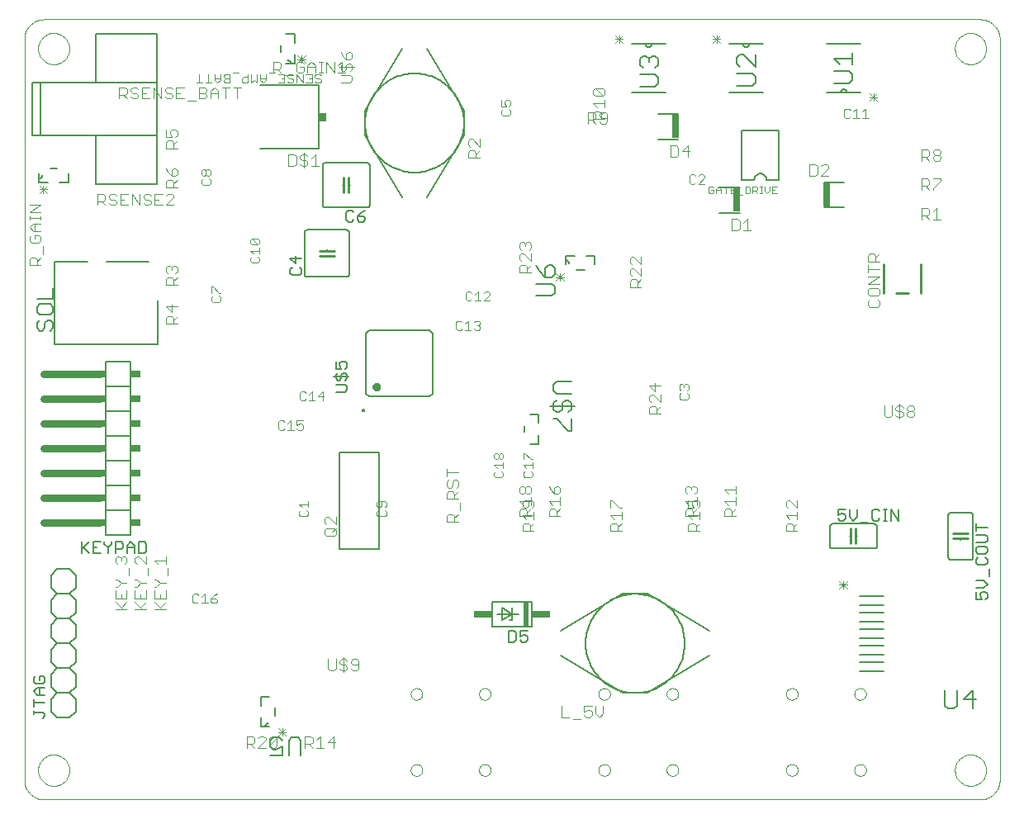
<source format=gto>
G75*
G70*
%OFA0B0*%
%FSLAX24Y24*%
%IPPOS*%
%LPD*%
%AMOC8*
5,1,8,0,0,1.08239X$1,22.5*
%
%ADD10C,0.0000*%
%ADD11C,0.0050*%
%ADD12C,0.0060*%
%ADD13C,0.0079*%
%ADD14C,0.0157*%
%ADD15C,0.0040*%
%ADD16C,0.0080*%
%ADD17R,0.0266X0.0965*%
%ADD18C,0.0030*%
%ADD19C,0.0100*%
%ADD20R,0.0300X0.0340*%
%ADD21C,0.0300*%
%ADD22R,0.0200X0.0300*%
%ADD23R,0.0400X0.0300*%
%ADD24R,0.0200X0.1000*%
%ADD25R,0.0750X0.0300*%
D10*
X005277Y004117D02*
X043073Y004117D01*
X043127Y004119D01*
X043180Y004124D01*
X043233Y004133D01*
X043285Y004146D01*
X043337Y004162D01*
X043387Y004182D01*
X043435Y004205D01*
X043482Y004232D01*
X043527Y004261D01*
X043570Y004294D01*
X043610Y004329D01*
X043648Y004367D01*
X043683Y004407D01*
X043716Y004450D01*
X043745Y004495D01*
X043772Y004542D01*
X043795Y004590D01*
X043815Y004640D01*
X043831Y004692D01*
X043844Y004744D01*
X043853Y004797D01*
X043858Y004850D01*
X043860Y004904D01*
X043860Y034826D01*
X043858Y034880D01*
X043853Y034933D01*
X043844Y034986D01*
X043831Y035038D01*
X043815Y035090D01*
X043795Y035140D01*
X043772Y035188D01*
X043745Y035235D01*
X043716Y035280D01*
X043683Y035323D01*
X043648Y035363D01*
X043610Y035401D01*
X043570Y035436D01*
X043527Y035469D01*
X043482Y035498D01*
X043435Y035525D01*
X043387Y035548D01*
X043337Y035568D01*
X043285Y035584D01*
X043233Y035597D01*
X043180Y035606D01*
X043127Y035611D01*
X043073Y035613D01*
X005277Y035613D01*
X005223Y035611D01*
X005170Y035606D01*
X005117Y035597D01*
X005065Y035584D01*
X005013Y035568D01*
X004963Y035548D01*
X004915Y035525D01*
X004868Y035498D01*
X004823Y035469D01*
X004780Y035436D01*
X004740Y035401D01*
X004702Y035363D01*
X004667Y035323D01*
X004634Y035280D01*
X004605Y035235D01*
X004578Y035188D01*
X004555Y035140D01*
X004535Y035090D01*
X004519Y035038D01*
X004506Y034986D01*
X004497Y034933D01*
X004492Y034880D01*
X004490Y034826D01*
X004490Y004904D01*
X004492Y004850D01*
X004497Y004797D01*
X004506Y004744D01*
X004519Y004692D01*
X004535Y004640D01*
X004555Y004590D01*
X004578Y004542D01*
X004605Y004495D01*
X004634Y004450D01*
X004667Y004407D01*
X004702Y004367D01*
X004740Y004329D01*
X004780Y004294D01*
X004823Y004261D01*
X004868Y004232D01*
X004915Y004205D01*
X004963Y004182D01*
X005013Y004162D01*
X005065Y004146D01*
X005117Y004133D01*
X005170Y004124D01*
X005223Y004119D01*
X005277Y004117D01*
X005041Y005298D02*
X005043Y005348D01*
X005049Y005398D01*
X005059Y005447D01*
X005073Y005495D01*
X005090Y005542D01*
X005111Y005587D01*
X005136Y005631D01*
X005164Y005672D01*
X005196Y005711D01*
X005230Y005748D01*
X005267Y005782D01*
X005307Y005812D01*
X005349Y005839D01*
X005393Y005863D01*
X005439Y005884D01*
X005486Y005900D01*
X005534Y005913D01*
X005584Y005922D01*
X005633Y005927D01*
X005684Y005928D01*
X005734Y005925D01*
X005783Y005918D01*
X005832Y005907D01*
X005880Y005892D01*
X005926Y005874D01*
X005971Y005852D01*
X006014Y005826D01*
X006055Y005797D01*
X006094Y005765D01*
X006130Y005730D01*
X006162Y005692D01*
X006192Y005652D01*
X006219Y005609D01*
X006242Y005565D01*
X006261Y005519D01*
X006277Y005471D01*
X006289Y005422D01*
X006297Y005373D01*
X006301Y005323D01*
X006301Y005273D01*
X006297Y005223D01*
X006289Y005174D01*
X006277Y005125D01*
X006261Y005077D01*
X006242Y005031D01*
X006219Y004987D01*
X006192Y004944D01*
X006162Y004904D01*
X006130Y004866D01*
X006094Y004831D01*
X006055Y004799D01*
X006014Y004770D01*
X005971Y004744D01*
X005926Y004722D01*
X005880Y004704D01*
X005832Y004689D01*
X005783Y004678D01*
X005734Y004671D01*
X005684Y004668D01*
X005633Y004669D01*
X005584Y004674D01*
X005534Y004683D01*
X005486Y004696D01*
X005439Y004712D01*
X005393Y004733D01*
X005349Y004757D01*
X005307Y004784D01*
X005267Y004814D01*
X005230Y004848D01*
X005196Y004885D01*
X005164Y004924D01*
X005136Y004965D01*
X005111Y005009D01*
X005090Y005054D01*
X005073Y005101D01*
X005059Y005149D01*
X005049Y005198D01*
X005043Y005248D01*
X005041Y005298D01*
X020083Y005306D02*
X020085Y005336D01*
X020091Y005366D01*
X020100Y005395D01*
X020113Y005422D01*
X020130Y005447D01*
X020149Y005470D01*
X020172Y005491D01*
X020197Y005508D01*
X020223Y005522D01*
X020252Y005532D01*
X020281Y005539D01*
X020311Y005542D01*
X020342Y005541D01*
X020372Y005536D01*
X020401Y005527D01*
X020428Y005515D01*
X020454Y005500D01*
X020478Y005481D01*
X020499Y005459D01*
X020517Y005435D01*
X020532Y005408D01*
X020543Y005380D01*
X020551Y005351D01*
X020555Y005321D01*
X020555Y005291D01*
X020551Y005261D01*
X020543Y005232D01*
X020532Y005204D01*
X020517Y005177D01*
X020499Y005153D01*
X020478Y005131D01*
X020454Y005112D01*
X020428Y005097D01*
X020401Y005085D01*
X020372Y005076D01*
X020342Y005071D01*
X020311Y005070D01*
X020281Y005073D01*
X020252Y005080D01*
X020223Y005090D01*
X020197Y005104D01*
X020172Y005121D01*
X020149Y005142D01*
X020130Y005165D01*
X020113Y005190D01*
X020100Y005217D01*
X020091Y005246D01*
X020085Y005276D01*
X020083Y005306D01*
X022839Y005306D02*
X022841Y005336D01*
X022847Y005366D01*
X022856Y005395D01*
X022869Y005422D01*
X022886Y005447D01*
X022905Y005470D01*
X022928Y005491D01*
X022953Y005508D01*
X022979Y005522D01*
X023008Y005532D01*
X023037Y005539D01*
X023067Y005542D01*
X023098Y005541D01*
X023128Y005536D01*
X023157Y005527D01*
X023184Y005515D01*
X023210Y005500D01*
X023234Y005481D01*
X023255Y005459D01*
X023273Y005435D01*
X023288Y005408D01*
X023299Y005380D01*
X023307Y005351D01*
X023311Y005321D01*
X023311Y005291D01*
X023307Y005261D01*
X023299Y005232D01*
X023288Y005204D01*
X023273Y005177D01*
X023255Y005153D01*
X023234Y005131D01*
X023210Y005112D01*
X023184Y005097D01*
X023157Y005085D01*
X023128Y005076D01*
X023098Y005071D01*
X023067Y005070D01*
X023037Y005073D01*
X023008Y005080D01*
X022979Y005090D01*
X022953Y005104D01*
X022928Y005121D01*
X022905Y005142D01*
X022886Y005165D01*
X022869Y005190D01*
X022856Y005217D01*
X022847Y005246D01*
X022841Y005276D01*
X022839Y005306D01*
X022839Y008377D02*
X022841Y008407D01*
X022847Y008437D01*
X022856Y008466D01*
X022869Y008493D01*
X022886Y008518D01*
X022905Y008541D01*
X022928Y008562D01*
X022953Y008579D01*
X022979Y008593D01*
X023008Y008603D01*
X023037Y008610D01*
X023067Y008613D01*
X023098Y008612D01*
X023128Y008607D01*
X023157Y008598D01*
X023184Y008586D01*
X023210Y008571D01*
X023234Y008552D01*
X023255Y008530D01*
X023273Y008506D01*
X023288Y008479D01*
X023299Y008451D01*
X023307Y008422D01*
X023311Y008392D01*
X023311Y008362D01*
X023307Y008332D01*
X023299Y008303D01*
X023288Y008275D01*
X023273Y008248D01*
X023255Y008224D01*
X023234Y008202D01*
X023210Y008183D01*
X023184Y008168D01*
X023157Y008156D01*
X023128Y008147D01*
X023098Y008142D01*
X023067Y008141D01*
X023037Y008144D01*
X023008Y008151D01*
X022979Y008161D01*
X022953Y008175D01*
X022928Y008192D01*
X022905Y008213D01*
X022886Y008236D01*
X022869Y008261D01*
X022856Y008288D01*
X022847Y008317D01*
X022841Y008347D01*
X022839Y008377D01*
X020083Y008377D02*
X020085Y008407D01*
X020091Y008437D01*
X020100Y008466D01*
X020113Y008493D01*
X020130Y008518D01*
X020149Y008541D01*
X020172Y008562D01*
X020197Y008579D01*
X020223Y008593D01*
X020252Y008603D01*
X020281Y008610D01*
X020311Y008613D01*
X020342Y008612D01*
X020372Y008607D01*
X020401Y008598D01*
X020428Y008586D01*
X020454Y008571D01*
X020478Y008552D01*
X020499Y008530D01*
X020517Y008506D01*
X020532Y008479D01*
X020543Y008451D01*
X020551Y008422D01*
X020555Y008392D01*
X020555Y008362D01*
X020551Y008332D01*
X020543Y008303D01*
X020532Y008275D01*
X020517Y008248D01*
X020499Y008224D01*
X020478Y008202D01*
X020454Y008183D01*
X020428Y008168D01*
X020401Y008156D01*
X020372Y008147D01*
X020342Y008142D01*
X020311Y008141D01*
X020281Y008144D01*
X020252Y008151D01*
X020223Y008161D01*
X020197Y008175D01*
X020172Y008192D01*
X020149Y008213D01*
X020130Y008236D01*
X020113Y008261D01*
X020100Y008288D01*
X020091Y008317D01*
X020085Y008347D01*
X020083Y008377D01*
X027658Y008377D02*
X027660Y008407D01*
X027666Y008437D01*
X027675Y008466D01*
X027688Y008493D01*
X027705Y008518D01*
X027724Y008541D01*
X027747Y008562D01*
X027772Y008579D01*
X027798Y008593D01*
X027827Y008603D01*
X027856Y008610D01*
X027886Y008613D01*
X027917Y008612D01*
X027947Y008607D01*
X027976Y008598D01*
X028003Y008586D01*
X028029Y008571D01*
X028053Y008552D01*
X028074Y008530D01*
X028092Y008506D01*
X028107Y008479D01*
X028118Y008451D01*
X028126Y008422D01*
X028130Y008392D01*
X028130Y008362D01*
X028126Y008332D01*
X028118Y008303D01*
X028107Y008275D01*
X028092Y008248D01*
X028074Y008224D01*
X028053Y008202D01*
X028029Y008183D01*
X028003Y008168D01*
X027976Y008156D01*
X027947Y008147D01*
X027917Y008142D01*
X027886Y008141D01*
X027856Y008144D01*
X027827Y008151D01*
X027798Y008161D01*
X027772Y008175D01*
X027747Y008192D01*
X027724Y008213D01*
X027705Y008236D01*
X027688Y008261D01*
X027675Y008288D01*
X027666Y008317D01*
X027660Y008347D01*
X027658Y008377D01*
X030413Y008377D02*
X030415Y008407D01*
X030421Y008437D01*
X030430Y008466D01*
X030443Y008493D01*
X030460Y008518D01*
X030479Y008541D01*
X030502Y008562D01*
X030527Y008579D01*
X030553Y008593D01*
X030582Y008603D01*
X030611Y008610D01*
X030641Y008613D01*
X030672Y008612D01*
X030702Y008607D01*
X030731Y008598D01*
X030758Y008586D01*
X030784Y008571D01*
X030808Y008552D01*
X030829Y008530D01*
X030847Y008506D01*
X030862Y008479D01*
X030873Y008451D01*
X030881Y008422D01*
X030885Y008392D01*
X030885Y008362D01*
X030881Y008332D01*
X030873Y008303D01*
X030862Y008275D01*
X030847Y008248D01*
X030829Y008224D01*
X030808Y008202D01*
X030784Y008183D01*
X030758Y008168D01*
X030731Y008156D01*
X030702Y008147D01*
X030672Y008142D01*
X030641Y008141D01*
X030611Y008144D01*
X030582Y008151D01*
X030553Y008161D01*
X030527Y008175D01*
X030502Y008192D01*
X030479Y008213D01*
X030460Y008236D01*
X030443Y008261D01*
X030430Y008288D01*
X030421Y008317D01*
X030415Y008347D01*
X030413Y008377D01*
X030413Y005306D02*
X030415Y005336D01*
X030421Y005366D01*
X030430Y005395D01*
X030443Y005422D01*
X030460Y005447D01*
X030479Y005470D01*
X030502Y005491D01*
X030527Y005508D01*
X030553Y005522D01*
X030582Y005532D01*
X030611Y005539D01*
X030641Y005542D01*
X030672Y005541D01*
X030702Y005536D01*
X030731Y005527D01*
X030758Y005515D01*
X030784Y005500D01*
X030808Y005481D01*
X030829Y005459D01*
X030847Y005435D01*
X030862Y005408D01*
X030873Y005380D01*
X030881Y005351D01*
X030885Y005321D01*
X030885Y005291D01*
X030881Y005261D01*
X030873Y005232D01*
X030862Y005204D01*
X030847Y005177D01*
X030829Y005153D01*
X030808Y005131D01*
X030784Y005112D01*
X030758Y005097D01*
X030731Y005085D01*
X030702Y005076D01*
X030672Y005071D01*
X030641Y005070D01*
X030611Y005073D01*
X030582Y005080D01*
X030553Y005090D01*
X030527Y005104D01*
X030502Y005121D01*
X030479Y005142D01*
X030460Y005165D01*
X030443Y005190D01*
X030430Y005217D01*
X030421Y005246D01*
X030415Y005276D01*
X030413Y005306D01*
X027658Y005306D02*
X027660Y005336D01*
X027666Y005366D01*
X027675Y005395D01*
X027688Y005422D01*
X027705Y005447D01*
X027724Y005470D01*
X027747Y005491D01*
X027772Y005508D01*
X027798Y005522D01*
X027827Y005532D01*
X027856Y005539D01*
X027886Y005542D01*
X027917Y005541D01*
X027947Y005536D01*
X027976Y005527D01*
X028003Y005515D01*
X028029Y005500D01*
X028053Y005481D01*
X028074Y005459D01*
X028092Y005435D01*
X028107Y005408D01*
X028118Y005380D01*
X028126Y005351D01*
X028130Y005321D01*
X028130Y005291D01*
X028126Y005261D01*
X028118Y005232D01*
X028107Y005204D01*
X028092Y005177D01*
X028074Y005153D01*
X028053Y005131D01*
X028029Y005112D01*
X028003Y005097D01*
X027976Y005085D01*
X027947Y005076D01*
X027917Y005071D01*
X027886Y005070D01*
X027856Y005073D01*
X027827Y005080D01*
X027798Y005090D01*
X027772Y005104D01*
X027747Y005121D01*
X027724Y005142D01*
X027705Y005165D01*
X027688Y005190D01*
X027675Y005217D01*
X027666Y005246D01*
X027660Y005276D01*
X027658Y005306D01*
X035232Y005306D02*
X035234Y005336D01*
X035240Y005366D01*
X035249Y005395D01*
X035262Y005422D01*
X035279Y005447D01*
X035298Y005470D01*
X035321Y005491D01*
X035346Y005508D01*
X035372Y005522D01*
X035401Y005532D01*
X035430Y005539D01*
X035460Y005542D01*
X035491Y005541D01*
X035521Y005536D01*
X035550Y005527D01*
X035577Y005515D01*
X035603Y005500D01*
X035627Y005481D01*
X035648Y005459D01*
X035666Y005435D01*
X035681Y005408D01*
X035692Y005380D01*
X035700Y005351D01*
X035704Y005321D01*
X035704Y005291D01*
X035700Y005261D01*
X035692Y005232D01*
X035681Y005204D01*
X035666Y005177D01*
X035648Y005153D01*
X035627Y005131D01*
X035603Y005112D01*
X035577Y005097D01*
X035550Y005085D01*
X035521Y005076D01*
X035491Y005071D01*
X035460Y005070D01*
X035430Y005073D01*
X035401Y005080D01*
X035372Y005090D01*
X035346Y005104D01*
X035321Y005121D01*
X035298Y005142D01*
X035279Y005165D01*
X035262Y005190D01*
X035249Y005217D01*
X035240Y005246D01*
X035234Y005276D01*
X035232Y005306D01*
X037988Y005306D02*
X037990Y005336D01*
X037996Y005366D01*
X038005Y005395D01*
X038018Y005422D01*
X038035Y005447D01*
X038054Y005470D01*
X038077Y005491D01*
X038102Y005508D01*
X038128Y005522D01*
X038157Y005532D01*
X038186Y005539D01*
X038216Y005542D01*
X038247Y005541D01*
X038277Y005536D01*
X038306Y005527D01*
X038333Y005515D01*
X038359Y005500D01*
X038383Y005481D01*
X038404Y005459D01*
X038422Y005435D01*
X038437Y005408D01*
X038448Y005380D01*
X038456Y005351D01*
X038460Y005321D01*
X038460Y005291D01*
X038456Y005261D01*
X038448Y005232D01*
X038437Y005204D01*
X038422Y005177D01*
X038404Y005153D01*
X038383Y005131D01*
X038359Y005112D01*
X038333Y005097D01*
X038306Y005085D01*
X038277Y005076D01*
X038247Y005071D01*
X038216Y005070D01*
X038186Y005073D01*
X038157Y005080D01*
X038128Y005090D01*
X038102Y005104D01*
X038077Y005121D01*
X038054Y005142D01*
X038035Y005165D01*
X038018Y005190D01*
X038005Y005217D01*
X037996Y005246D01*
X037990Y005276D01*
X037988Y005306D01*
X037988Y008377D02*
X037990Y008407D01*
X037996Y008437D01*
X038005Y008466D01*
X038018Y008493D01*
X038035Y008518D01*
X038054Y008541D01*
X038077Y008562D01*
X038102Y008579D01*
X038128Y008593D01*
X038157Y008603D01*
X038186Y008610D01*
X038216Y008613D01*
X038247Y008612D01*
X038277Y008607D01*
X038306Y008598D01*
X038333Y008586D01*
X038359Y008571D01*
X038383Y008552D01*
X038404Y008530D01*
X038422Y008506D01*
X038437Y008479D01*
X038448Y008451D01*
X038456Y008422D01*
X038460Y008392D01*
X038460Y008362D01*
X038456Y008332D01*
X038448Y008303D01*
X038437Y008275D01*
X038422Y008248D01*
X038404Y008224D01*
X038383Y008202D01*
X038359Y008183D01*
X038333Y008168D01*
X038306Y008156D01*
X038277Y008147D01*
X038247Y008142D01*
X038216Y008141D01*
X038186Y008144D01*
X038157Y008151D01*
X038128Y008161D01*
X038102Y008175D01*
X038077Y008192D01*
X038054Y008213D01*
X038035Y008236D01*
X038018Y008261D01*
X038005Y008288D01*
X037996Y008317D01*
X037990Y008347D01*
X037988Y008377D01*
X035232Y008377D02*
X035234Y008407D01*
X035240Y008437D01*
X035249Y008466D01*
X035262Y008493D01*
X035279Y008518D01*
X035298Y008541D01*
X035321Y008562D01*
X035346Y008579D01*
X035372Y008593D01*
X035401Y008603D01*
X035430Y008610D01*
X035460Y008613D01*
X035491Y008612D01*
X035521Y008607D01*
X035550Y008598D01*
X035577Y008586D01*
X035603Y008571D01*
X035627Y008552D01*
X035648Y008530D01*
X035666Y008506D01*
X035681Y008479D01*
X035692Y008451D01*
X035700Y008422D01*
X035704Y008392D01*
X035704Y008362D01*
X035700Y008332D01*
X035692Y008303D01*
X035681Y008275D01*
X035666Y008248D01*
X035648Y008224D01*
X035627Y008202D01*
X035603Y008183D01*
X035577Y008168D01*
X035550Y008156D01*
X035521Y008147D01*
X035491Y008142D01*
X035460Y008141D01*
X035430Y008144D01*
X035401Y008151D01*
X035372Y008161D01*
X035346Y008175D01*
X035321Y008192D01*
X035298Y008213D01*
X035279Y008236D01*
X035262Y008261D01*
X035249Y008288D01*
X035240Y008317D01*
X035234Y008347D01*
X035232Y008377D01*
X042049Y005298D02*
X042051Y005348D01*
X042057Y005398D01*
X042067Y005447D01*
X042081Y005495D01*
X042098Y005542D01*
X042119Y005587D01*
X042144Y005631D01*
X042172Y005672D01*
X042204Y005711D01*
X042238Y005748D01*
X042275Y005782D01*
X042315Y005812D01*
X042357Y005839D01*
X042401Y005863D01*
X042447Y005884D01*
X042494Y005900D01*
X042542Y005913D01*
X042592Y005922D01*
X042641Y005927D01*
X042692Y005928D01*
X042742Y005925D01*
X042791Y005918D01*
X042840Y005907D01*
X042888Y005892D01*
X042934Y005874D01*
X042979Y005852D01*
X043022Y005826D01*
X043063Y005797D01*
X043102Y005765D01*
X043138Y005730D01*
X043170Y005692D01*
X043200Y005652D01*
X043227Y005609D01*
X043250Y005565D01*
X043269Y005519D01*
X043285Y005471D01*
X043297Y005422D01*
X043305Y005373D01*
X043309Y005323D01*
X043309Y005273D01*
X043305Y005223D01*
X043297Y005174D01*
X043285Y005125D01*
X043269Y005077D01*
X043250Y005031D01*
X043227Y004987D01*
X043200Y004944D01*
X043170Y004904D01*
X043138Y004866D01*
X043102Y004831D01*
X043063Y004799D01*
X043022Y004770D01*
X042979Y004744D01*
X042934Y004722D01*
X042888Y004704D01*
X042840Y004689D01*
X042791Y004678D01*
X042742Y004671D01*
X042692Y004668D01*
X042641Y004669D01*
X042592Y004674D01*
X042542Y004683D01*
X042494Y004696D01*
X042447Y004712D01*
X042401Y004733D01*
X042357Y004757D01*
X042315Y004784D01*
X042275Y004814D01*
X042238Y004848D01*
X042204Y004885D01*
X042172Y004924D01*
X042144Y004965D01*
X042119Y005009D01*
X042098Y005054D01*
X042081Y005101D01*
X042067Y005149D01*
X042057Y005198D01*
X042051Y005248D01*
X042049Y005298D01*
X042049Y034432D02*
X042051Y034482D01*
X042057Y034532D01*
X042067Y034581D01*
X042081Y034629D01*
X042098Y034676D01*
X042119Y034721D01*
X042144Y034765D01*
X042172Y034806D01*
X042204Y034845D01*
X042238Y034882D01*
X042275Y034916D01*
X042315Y034946D01*
X042357Y034973D01*
X042401Y034997D01*
X042447Y035018D01*
X042494Y035034D01*
X042542Y035047D01*
X042592Y035056D01*
X042641Y035061D01*
X042692Y035062D01*
X042742Y035059D01*
X042791Y035052D01*
X042840Y035041D01*
X042888Y035026D01*
X042934Y035008D01*
X042979Y034986D01*
X043022Y034960D01*
X043063Y034931D01*
X043102Y034899D01*
X043138Y034864D01*
X043170Y034826D01*
X043200Y034786D01*
X043227Y034743D01*
X043250Y034699D01*
X043269Y034653D01*
X043285Y034605D01*
X043297Y034556D01*
X043305Y034507D01*
X043309Y034457D01*
X043309Y034407D01*
X043305Y034357D01*
X043297Y034308D01*
X043285Y034259D01*
X043269Y034211D01*
X043250Y034165D01*
X043227Y034121D01*
X043200Y034078D01*
X043170Y034038D01*
X043138Y034000D01*
X043102Y033965D01*
X043063Y033933D01*
X043022Y033904D01*
X042979Y033878D01*
X042934Y033856D01*
X042888Y033838D01*
X042840Y033823D01*
X042791Y033812D01*
X042742Y033805D01*
X042692Y033802D01*
X042641Y033803D01*
X042592Y033808D01*
X042542Y033817D01*
X042494Y033830D01*
X042447Y033846D01*
X042401Y033867D01*
X042357Y033891D01*
X042315Y033918D01*
X042275Y033948D01*
X042238Y033982D01*
X042204Y034019D01*
X042172Y034058D01*
X042144Y034099D01*
X042119Y034143D01*
X042098Y034188D01*
X042081Y034235D01*
X042067Y034283D01*
X042057Y034332D01*
X042051Y034382D01*
X042049Y034432D01*
X005041Y034432D02*
X005043Y034482D01*
X005049Y034532D01*
X005059Y034581D01*
X005073Y034629D01*
X005090Y034676D01*
X005111Y034721D01*
X005136Y034765D01*
X005164Y034806D01*
X005196Y034845D01*
X005230Y034882D01*
X005267Y034916D01*
X005307Y034946D01*
X005349Y034973D01*
X005393Y034997D01*
X005439Y035018D01*
X005486Y035034D01*
X005534Y035047D01*
X005584Y035056D01*
X005633Y035061D01*
X005684Y035062D01*
X005734Y035059D01*
X005783Y035052D01*
X005832Y035041D01*
X005880Y035026D01*
X005926Y035008D01*
X005971Y034986D01*
X006014Y034960D01*
X006055Y034931D01*
X006094Y034899D01*
X006130Y034864D01*
X006162Y034826D01*
X006192Y034786D01*
X006219Y034743D01*
X006242Y034699D01*
X006261Y034653D01*
X006277Y034605D01*
X006289Y034556D01*
X006297Y034507D01*
X006301Y034457D01*
X006301Y034407D01*
X006297Y034357D01*
X006289Y034308D01*
X006277Y034259D01*
X006261Y034211D01*
X006242Y034165D01*
X006219Y034121D01*
X006192Y034078D01*
X006162Y034038D01*
X006130Y034000D01*
X006094Y033965D01*
X006055Y033933D01*
X006014Y033904D01*
X005971Y033878D01*
X005926Y033856D01*
X005880Y033838D01*
X005832Y033823D01*
X005783Y033812D01*
X005734Y033805D01*
X005684Y033802D01*
X005633Y033803D01*
X005584Y033808D01*
X005534Y033817D01*
X005486Y033830D01*
X005439Y033846D01*
X005393Y033867D01*
X005349Y033891D01*
X005307Y033918D01*
X005267Y033948D01*
X005230Y033982D01*
X005196Y034019D01*
X005164Y034058D01*
X005136Y034099D01*
X005111Y034143D01*
X005090Y034188D01*
X005073Y034235D01*
X005059Y034283D01*
X005049Y034332D01*
X005043Y034382D01*
X005041Y034432D01*
D11*
X005144Y033070D02*
X005144Y030944D01*
X004789Y030944D01*
X004789Y033070D01*
X005144Y033070D01*
X007388Y033070D01*
X007388Y035038D01*
X009829Y035038D01*
X009829Y033070D01*
X007388Y033070D01*
X007388Y030944D02*
X005144Y030944D01*
X007388Y030944D02*
X007388Y028975D01*
X009829Y028975D01*
X009829Y030944D01*
X007388Y030944D01*
X009829Y030944D02*
X009829Y033070D01*
X017486Y027820D02*
X017486Y027520D01*
X017561Y027445D01*
X017712Y027445D01*
X017787Y027520D01*
X017947Y027520D02*
X018022Y027445D01*
X018172Y027445D01*
X018247Y027520D01*
X018247Y027595D01*
X018172Y027670D01*
X017947Y027670D01*
X017947Y027520D01*
X017947Y027670D02*
X018097Y027820D01*
X018247Y027896D01*
X017787Y027820D02*
X017712Y027896D01*
X017561Y027896D01*
X017486Y027820D01*
X019738Y028432D02*
X018238Y030932D01*
X018238Y031932D01*
X019738Y034432D01*
X020738Y034432D02*
X022238Y031932D01*
X022238Y030932D01*
X020738Y028432D01*
X018238Y031432D02*
X018240Y031530D01*
X018248Y031628D01*
X018260Y031725D01*
X018276Y031822D01*
X018298Y031918D01*
X018324Y032013D01*
X018355Y032106D01*
X018390Y032197D01*
X018430Y032287D01*
X018474Y032375D01*
X018523Y032460D01*
X018575Y032543D01*
X018632Y032623D01*
X018692Y032701D01*
X018756Y032775D01*
X018824Y032846D01*
X018895Y032914D01*
X018969Y032978D01*
X019047Y033038D01*
X019127Y033095D01*
X019210Y033147D01*
X019295Y033196D01*
X019383Y033240D01*
X019473Y033280D01*
X019564Y033315D01*
X019657Y033346D01*
X019752Y033372D01*
X019848Y033394D01*
X019945Y033410D01*
X020042Y033422D01*
X020140Y033430D01*
X020238Y033432D01*
X020336Y033430D01*
X020434Y033422D01*
X020531Y033410D01*
X020628Y033394D01*
X020724Y033372D01*
X020819Y033346D01*
X020912Y033315D01*
X021003Y033280D01*
X021093Y033240D01*
X021181Y033196D01*
X021266Y033147D01*
X021349Y033095D01*
X021429Y033038D01*
X021507Y032978D01*
X021581Y032914D01*
X021652Y032846D01*
X021720Y032775D01*
X021784Y032701D01*
X021844Y032623D01*
X021901Y032543D01*
X021953Y032460D01*
X022002Y032375D01*
X022046Y032287D01*
X022086Y032197D01*
X022121Y032106D01*
X022152Y032013D01*
X022178Y031918D01*
X022200Y031822D01*
X022216Y031725D01*
X022228Y031628D01*
X022236Y031530D01*
X022238Y031432D01*
X022236Y031334D01*
X022228Y031236D01*
X022216Y031139D01*
X022200Y031042D01*
X022178Y030946D01*
X022152Y030851D01*
X022121Y030758D01*
X022086Y030667D01*
X022046Y030577D01*
X022002Y030489D01*
X021953Y030404D01*
X021901Y030321D01*
X021844Y030241D01*
X021784Y030163D01*
X021720Y030089D01*
X021652Y030018D01*
X021581Y029950D01*
X021507Y029886D01*
X021429Y029826D01*
X021349Y029769D01*
X021266Y029717D01*
X021181Y029668D01*
X021093Y029624D01*
X021003Y029584D01*
X020912Y029549D01*
X020819Y029518D01*
X020724Y029492D01*
X020628Y029470D01*
X020531Y029454D01*
X020434Y029442D01*
X020336Y029434D01*
X020238Y029432D01*
X020140Y029434D01*
X020042Y029442D01*
X019945Y029454D01*
X019848Y029470D01*
X019752Y029492D01*
X019657Y029518D01*
X019564Y029549D01*
X019473Y029584D01*
X019383Y029624D01*
X019295Y029668D01*
X019210Y029717D01*
X019127Y029769D01*
X019047Y029826D01*
X018969Y029886D01*
X018895Y029950D01*
X018824Y030018D01*
X018756Y030089D01*
X018692Y030163D01*
X018632Y030241D01*
X018575Y030321D01*
X018523Y030404D01*
X018474Y030489D01*
X018430Y030577D01*
X018390Y030667D01*
X018355Y030758D01*
X018324Y030851D01*
X018298Y030946D01*
X018276Y031042D01*
X018260Y031139D01*
X018248Y031236D01*
X018240Y031334D01*
X018238Y031432D01*
X015670Y025975D02*
X015219Y025975D01*
X015445Y025750D01*
X015445Y026050D01*
X015595Y025590D02*
X015670Y025514D01*
X015670Y025364D01*
X015595Y025289D01*
X015294Y025289D01*
X015219Y025364D01*
X015219Y025514D01*
X015294Y025590D01*
X017062Y021798D02*
X017062Y021498D01*
X017287Y021498D01*
X017212Y021648D01*
X017212Y021723D01*
X017287Y021798D01*
X017437Y021798D01*
X017512Y021723D01*
X017512Y021573D01*
X017437Y021498D01*
X017437Y021338D02*
X017362Y021338D01*
X017287Y021263D01*
X017287Y021113D01*
X017212Y021038D01*
X017137Y021038D01*
X017062Y021113D01*
X017062Y021263D01*
X017137Y021338D01*
X016987Y021188D02*
X017587Y021188D01*
X017512Y021263D02*
X017437Y021338D01*
X017512Y021263D02*
X017512Y021113D01*
X017437Y021038D01*
X017437Y020878D02*
X017062Y020878D01*
X017062Y020577D02*
X017437Y020577D01*
X017512Y020653D01*
X017512Y020803D01*
X017437Y020878D01*
X017207Y018133D02*
X017207Y014235D01*
X018821Y014235D01*
X018821Y018133D01*
X017207Y018133D01*
X009398Y014441D02*
X009398Y014140D01*
X009323Y014065D01*
X009098Y014065D01*
X009098Y014516D01*
X009323Y014516D01*
X009398Y014441D01*
X008938Y014365D02*
X008938Y014065D01*
X008938Y014290D02*
X008637Y014290D01*
X008637Y014365D02*
X008637Y014065D01*
X008477Y014290D02*
X008402Y014215D01*
X008177Y014215D01*
X008177Y014065D02*
X008177Y014516D01*
X008402Y014516D01*
X008477Y014441D01*
X008477Y014290D01*
X008637Y014365D02*
X008788Y014516D01*
X008938Y014365D01*
X008017Y014441D02*
X007867Y014290D01*
X007867Y014065D01*
X007867Y014290D02*
X007717Y014441D01*
X007717Y014516D01*
X007557Y014516D02*
X007256Y014516D01*
X007256Y014065D01*
X007557Y014065D01*
X007406Y014290D02*
X007256Y014290D01*
X007096Y014065D02*
X006871Y014290D01*
X006796Y014215D02*
X007096Y014516D01*
X006796Y014516D02*
X006796Y014065D01*
X008017Y014441D02*
X008017Y014516D01*
X005245Y009093D02*
X005095Y009093D01*
X005095Y008943D01*
X005245Y009093D02*
X005320Y009018D01*
X005320Y008867D01*
X005245Y008792D01*
X004944Y008792D01*
X004869Y008867D01*
X004869Y009018D01*
X004944Y009093D01*
X005020Y008632D02*
X005320Y008632D01*
X005095Y008632D02*
X005095Y008332D01*
X005020Y008332D02*
X004869Y008482D01*
X005020Y008632D01*
X005020Y008332D02*
X005320Y008332D01*
X005320Y008022D02*
X004869Y008022D01*
X004869Y007872D02*
X004869Y008172D01*
X004869Y007711D02*
X004869Y007561D01*
X004869Y007636D02*
X005245Y007636D01*
X005320Y007561D01*
X005320Y007486D01*
X005245Y007411D01*
X024029Y010472D02*
X024254Y010472D01*
X024329Y010547D01*
X024329Y010848D01*
X024254Y010923D01*
X024029Y010923D01*
X024029Y010472D01*
X024490Y010547D02*
X024565Y010472D01*
X024715Y010472D01*
X024790Y010547D01*
X024790Y010698D01*
X024715Y010773D01*
X024640Y010773D01*
X024490Y010698D01*
X024490Y010923D01*
X024790Y010923D01*
X026144Y010916D02*
X028644Y012416D01*
X029644Y012416D01*
X032144Y010916D01*
X032144Y009916D02*
X029644Y008416D01*
X028644Y008416D01*
X026144Y009916D01*
X027144Y010416D02*
X027146Y010514D01*
X027154Y010612D01*
X027166Y010709D01*
X027182Y010806D01*
X027204Y010902D01*
X027230Y010997D01*
X027261Y011090D01*
X027296Y011181D01*
X027336Y011271D01*
X027380Y011359D01*
X027429Y011444D01*
X027481Y011527D01*
X027538Y011607D01*
X027598Y011685D01*
X027662Y011759D01*
X027730Y011830D01*
X027801Y011898D01*
X027875Y011962D01*
X027953Y012022D01*
X028033Y012079D01*
X028116Y012131D01*
X028201Y012180D01*
X028289Y012224D01*
X028379Y012264D01*
X028470Y012299D01*
X028563Y012330D01*
X028658Y012356D01*
X028754Y012378D01*
X028851Y012394D01*
X028948Y012406D01*
X029046Y012414D01*
X029144Y012416D01*
X029242Y012414D01*
X029340Y012406D01*
X029437Y012394D01*
X029534Y012378D01*
X029630Y012356D01*
X029725Y012330D01*
X029818Y012299D01*
X029909Y012264D01*
X029999Y012224D01*
X030087Y012180D01*
X030172Y012131D01*
X030255Y012079D01*
X030335Y012022D01*
X030413Y011962D01*
X030487Y011898D01*
X030558Y011830D01*
X030626Y011759D01*
X030690Y011685D01*
X030750Y011607D01*
X030807Y011527D01*
X030859Y011444D01*
X030908Y011359D01*
X030952Y011271D01*
X030992Y011181D01*
X031027Y011090D01*
X031058Y010997D01*
X031084Y010902D01*
X031106Y010806D01*
X031122Y010709D01*
X031134Y010612D01*
X031142Y010514D01*
X031144Y010416D01*
X031142Y010318D01*
X031134Y010220D01*
X031122Y010123D01*
X031106Y010026D01*
X031084Y009930D01*
X031058Y009835D01*
X031027Y009742D01*
X030992Y009651D01*
X030952Y009561D01*
X030908Y009473D01*
X030859Y009388D01*
X030807Y009305D01*
X030750Y009225D01*
X030690Y009147D01*
X030626Y009073D01*
X030558Y009002D01*
X030487Y008934D01*
X030413Y008870D01*
X030335Y008810D01*
X030255Y008753D01*
X030172Y008701D01*
X030087Y008652D01*
X029999Y008608D01*
X029909Y008568D01*
X029818Y008533D01*
X029725Y008502D01*
X029630Y008476D01*
X029534Y008454D01*
X029437Y008438D01*
X029340Y008426D01*
X029242Y008418D01*
X029144Y008416D01*
X029046Y008418D01*
X028948Y008426D01*
X028851Y008438D01*
X028754Y008454D01*
X028658Y008476D01*
X028563Y008502D01*
X028470Y008533D01*
X028379Y008568D01*
X028289Y008608D01*
X028201Y008652D01*
X028116Y008701D01*
X028033Y008753D01*
X027953Y008810D01*
X027875Y008870D01*
X027801Y008934D01*
X027730Y009002D01*
X027662Y009073D01*
X027598Y009147D01*
X027538Y009225D01*
X027481Y009305D01*
X027429Y009388D01*
X027380Y009473D01*
X027336Y009561D01*
X027296Y009651D01*
X027261Y009742D01*
X027230Y009835D01*
X027204Y009930D01*
X027182Y010026D01*
X027166Y010123D01*
X027154Y010220D01*
X027146Y010318D01*
X027144Y010416D01*
X037330Y015447D02*
X037405Y015372D01*
X037555Y015372D01*
X037630Y015447D01*
X037630Y015597D01*
X037555Y015672D01*
X037480Y015672D01*
X037330Y015597D01*
X037330Y015822D01*
X037630Y015822D01*
X037790Y015822D02*
X037790Y015522D01*
X037940Y015372D01*
X038090Y015522D01*
X038090Y015822D01*
X038250Y015297D02*
X038551Y015297D01*
X038711Y015447D02*
X038786Y015372D01*
X038936Y015372D01*
X039011Y015447D01*
X039171Y015372D02*
X039321Y015372D01*
X039246Y015372D02*
X039246Y015822D01*
X039171Y015822D02*
X039321Y015822D01*
X039478Y015822D02*
X039778Y015372D01*
X039778Y015822D01*
X039478Y015822D02*
X039478Y015372D01*
X039011Y015747D02*
X038936Y015822D01*
X038786Y015822D01*
X038711Y015747D01*
X038711Y015447D01*
X042910Y015262D02*
X042910Y014962D01*
X042910Y015112D02*
X043360Y015112D01*
X043285Y014801D02*
X042910Y014801D01*
X042910Y014501D02*
X043285Y014501D01*
X043360Y014576D01*
X043360Y014726D01*
X043285Y014801D01*
X043285Y014341D02*
X042985Y014341D01*
X042910Y014266D01*
X042910Y014116D01*
X042985Y014041D01*
X043285Y014041D01*
X043360Y014116D01*
X043360Y014266D01*
X043285Y014341D01*
X043285Y013881D02*
X043360Y013806D01*
X043360Y013655D01*
X043285Y013580D01*
X042985Y013580D01*
X042910Y013655D01*
X042910Y013806D01*
X042985Y013881D01*
X043435Y013420D02*
X043435Y013120D01*
X043210Y012960D02*
X043360Y012810D01*
X043210Y012660D01*
X042910Y012660D01*
X042910Y012499D02*
X042910Y012199D01*
X043135Y012199D01*
X043060Y012349D01*
X043060Y012424D01*
X043135Y012499D01*
X043285Y012499D01*
X043360Y012424D01*
X043360Y012274D01*
X043285Y012199D01*
X043210Y012960D02*
X042910Y012960D01*
X034949Y029139D02*
X034449Y029139D01*
X034447Y029169D01*
X034442Y029199D01*
X034433Y029228D01*
X034420Y029255D01*
X034405Y029281D01*
X034386Y029305D01*
X034365Y029326D01*
X034341Y029345D01*
X034315Y029360D01*
X034288Y029373D01*
X034259Y029382D01*
X034229Y029387D01*
X034199Y029389D01*
X034169Y029387D01*
X034139Y029382D01*
X034110Y029373D01*
X034083Y029360D01*
X034057Y029345D01*
X034033Y029326D01*
X034012Y029305D01*
X033993Y029281D01*
X033978Y029255D01*
X033965Y029228D01*
X033956Y029199D01*
X033951Y029169D01*
X033949Y029139D01*
X033449Y029139D01*
X033449Y031139D01*
X034949Y031139D01*
X034949Y029139D01*
D12*
X034304Y032675D02*
X032944Y032675D01*
X032944Y034615D02*
X033504Y034615D01*
X033744Y034615D01*
X034304Y034615D01*
X033744Y034615D02*
X033742Y034594D01*
X033737Y034574D01*
X033728Y034555D01*
X033716Y034538D01*
X033701Y034523D01*
X033684Y034511D01*
X033665Y034502D01*
X033645Y034497D01*
X033624Y034495D01*
X033603Y034497D01*
X033583Y034502D01*
X033564Y034511D01*
X033547Y034523D01*
X033532Y034538D01*
X033520Y034555D01*
X033511Y034574D01*
X033506Y034594D01*
X033504Y034615D01*
X030367Y034615D02*
X029807Y034615D01*
X029567Y034615D01*
X029007Y034615D01*
X029567Y034615D02*
X029569Y034594D01*
X029574Y034574D01*
X029583Y034555D01*
X029595Y034538D01*
X029610Y034523D01*
X029627Y034511D01*
X029646Y034502D01*
X029666Y034497D01*
X029687Y034495D01*
X029708Y034497D01*
X029728Y034502D01*
X029747Y034511D01*
X029764Y034523D01*
X029779Y034538D01*
X029791Y034555D01*
X029800Y034574D01*
X029805Y034594D01*
X029807Y034615D01*
X030367Y032675D02*
X029007Y032675D01*
X036881Y032675D02*
X037441Y032675D01*
X037681Y032675D01*
X038241Y032675D01*
X037681Y032675D02*
X037679Y032696D01*
X037674Y032716D01*
X037665Y032735D01*
X037653Y032752D01*
X037638Y032767D01*
X037621Y032779D01*
X037602Y032788D01*
X037582Y032793D01*
X037561Y032795D01*
X037540Y032793D01*
X037520Y032788D01*
X037501Y032779D01*
X037484Y032767D01*
X037469Y032752D01*
X037457Y032735D01*
X037448Y032716D01*
X037443Y032696D01*
X037441Y032675D01*
X036881Y034615D02*
X038241Y034615D01*
X027521Y026051D02*
X027171Y026051D01*
X027521Y026051D02*
X027521Y025731D01*
X027091Y025491D02*
X026771Y025491D01*
X026341Y025731D02*
X026341Y025891D01*
X026341Y026051D01*
X026691Y026051D01*
X026461Y025761D02*
X026461Y025781D01*
X026457Y025800D01*
X026451Y025819D01*
X026441Y025837D01*
X026429Y025852D01*
X026415Y025866D01*
X026398Y025877D01*
X026380Y025885D01*
X026360Y025889D01*
X026341Y025891D01*
X020962Y022944D02*
X020844Y023062D01*
X018403Y023062D01*
X018285Y022944D01*
X018285Y020503D01*
X018403Y020385D01*
X020844Y020385D01*
X020962Y020503D01*
X020962Y022944D01*
X017595Y025314D02*
X017595Y027014D01*
X017593Y027031D01*
X017589Y027048D01*
X017582Y027064D01*
X017572Y027078D01*
X017559Y027091D01*
X017545Y027101D01*
X017529Y027108D01*
X017512Y027112D01*
X017495Y027114D01*
X015895Y027114D01*
X015878Y027112D01*
X015861Y027108D01*
X015845Y027101D01*
X015831Y027091D01*
X015818Y027078D01*
X015808Y027064D01*
X015801Y027048D01*
X015797Y027031D01*
X015795Y027014D01*
X015795Y025314D01*
X015797Y025297D01*
X015801Y025280D01*
X015808Y025264D01*
X015818Y025250D01*
X015831Y025237D01*
X015845Y025227D01*
X015861Y025220D01*
X015878Y025216D01*
X015895Y025214D01*
X017495Y025214D01*
X017512Y025216D01*
X017529Y025220D01*
X017545Y025227D01*
X017559Y025237D01*
X017572Y025250D01*
X017582Y025264D01*
X017589Y025280D01*
X017593Y025297D01*
X017595Y025314D01*
X016695Y026014D02*
X016695Y026064D01*
X016695Y026264D02*
X016695Y026314D01*
X016632Y028020D02*
X018332Y028020D01*
X018349Y028022D01*
X018366Y028026D01*
X018382Y028033D01*
X018396Y028043D01*
X018409Y028056D01*
X018419Y028070D01*
X018426Y028086D01*
X018430Y028103D01*
X018432Y028120D01*
X018432Y029720D01*
X018430Y029737D01*
X018426Y029754D01*
X018419Y029770D01*
X018409Y029784D01*
X018396Y029797D01*
X018382Y029807D01*
X018366Y029814D01*
X018349Y029818D01*
X018332Y029820D01*
X016632Y029820D01*
X016615Y029818D01*
X016598Y029814D01*
X016582Y029807D01*
X016568Y029797D01*
X016555Y029784D01*
X016545Y029770D01*
X016538Y029754D01*
X016534Y029737D01*
X016532Y029720D01*
X016532Y028120D01*
X016534Y028103D01*
X016538Y028086D01*
X016545Y028070D01*
X016555Y028056D01*
X016568Y028043D01*
X016582Y028033D01*
X016598Y028026D01*
X016615Y028022D01*
X016632Y028020D01*
X017332Y028920D02*
X017382Y028920D01*
X017582Y028920D02*
X017632Y028920D01*
X015400Y033842D02*
X015400Y034192D01*
X015400Y033842D02*
X015240Y033842D01*
X015030Y033842D01*
X015110Y033962D02*
X015130Y033962D01*
X015149Y033958D01*
X015168Y033952D01*
X015186Y033942D01*
X015201Y033930D01*
X015215Y033916D01*
X015226Y033899D01*
X015234Y033881D01*
X015238Y033861D01*
X015240Y033842D01*
X014840Y034312D02*
X014840Y034552D01*
X015030Y035022D02*
X015400Y035022D01*
X015400Y034672D01*
X006261Y029404D02*
X006261Y029034D01*
X005911Y029034D01*
X005431Y029034D02*
X005081Y029034D01*
X005081Y029194D01*
X005081Y029404D01*
X005202Y029324D02*
X005202Y029304D01*
X005198Y029285D01*
X005192Y029266D01*
X005182Y029248D01*
X005170Y029233D01*
X005156Y029219D01*
X005139Y029208D01*
X005121Y029200D01*
X005101Y029196D01*
X005082Y029194D01*
X005551Y029594D02*
X005791Y029594D01*
X005641Y024761D02*
X005641Y024334D01*
X005001Y024334D01*
X005107Y024116D02*
X005001Y024009D01*
X005001Y023796D01*
X005107Y023689D01*
X005534Y023689D01*
X005641Y023796D01*
X005641Y024009D01*
X005534Y024116D01*
X005107Y024116D01*
X005107Y023472D02*
X005001Y023365D01*
X005001Y023151D01*
X005107Y023045D01*
X005214Y023045D01*
X005321Y023151D01*
X005321Y023365D01*
X005428Y023472D01*
X005534Y023472D01*
X005641Y023365D01*
X005641Y023151D01*
X005534Y023045D01*
X007783Y021790D02*
X007783Y020790D01*
X007783Y019790D01*
X007783Y018790D01*
X007783Y017790D01*
X007783Y016790D01*
X007783Y015790D01*
X007783Y014790D01*
X008783Y014790D01*
X008783Y015790D01*
X008783Y016790D01*
X008783Y017790D01*
X008783Y018790D01*
X008783Y019790D01*
X008783Y020790D01*
X008783Y021790D01*
X007783Y021790D01*
X007783Y020790D02*
X008783Y020790D01*
X008783Y019790D02*
X007783Y019790D01*
X007783Y018790D02*
X008783Y018790D01*
X008783Y017790D02*
X007783Y017790D01*
X007783Y016790D02*
X008783Y016790D01*
X008783Y015790D02*
X007783Y015790D01*
X006315Y013416D02*
X005815Y013416D01*
X005565Y013166D01*
X005565Y012666D01*
X005815Y012416D01*
X006315Y012416D01*
X006565Y012666D01*
X006565Y013166D01*
X006315Y013416D01*
X006315Y012416D02*
X006565Y012166D01*
X006565Y011666D01*
X006315Y011416D01*
X006565Y011166D01*
X006565Y010666D01*
X006315Y010416D01*
X006565Y010166D01*
X006565Y009666D01*
X006315Y009416D01*
X006565Y009166D01*
X006565Y008666D01*
X006315Y008416D01*
X006565Y008166D01*
X006565Y007666D01*
X006315Y007416D01*
X005815Y007416D01*
X005565Y007666D01*
X005565Y008166D01*
X005815Y008416D01*
X005565Y008666D01*
X005565Y009166D01*
X005815Y009416D01*
X006315Y009416D01*
X005815Y009416D02*
X005565Y009666D01*
X005565Y010166D01*
X005815Y010416D01*
X005565Y010666D01*
X005565Y011166D01*
X005815Y011416D01*
X005565Y011666D01*
X005565Y012166D01*
X005815Y012416D01*
X005815Y011416D02*
X006315Y011416D01*
X006315Y010416D02*
X005815Y010416D01*
X005815Y008416D02*
X006315Y008416D01*
X014052Y008250D02*
X014052Y007900D01*
X014052Y008250D02*
X014372Y008250D01*
X014612Y007820D02*
X014612Y007500D01*
X014372Y007070D02*
X014212Y007070D01*
X014052Y007070D01*
X014052Y007420D01*
X014342Y007191D02*
X014322Y007191D01*
X014303Y007187D01*
X014284Y007181D01*
X014266Y007171D01*
X014251Y007159D01*
X014237Y007145D01*
X014226Y007128D01*
X014218Y007110D01*
X014214Y007090D01*
X014212Y007071D01*
X023375Y011097D02*
X024975Y011097D01*
X024975Y012097D01*
X023375Y012097D01*
X023375Y011097D01*
X023775Y011347D02*
X024175Y011597D01*
X024175Y011347D01*
X024075Y011347D01*
X024175Y011597D02*
X024175Y011847D01*
X024175Y011597D02*
X023775Y011847D01*
X023775Y011347D01*
X023575Y011597D02*
X024175Y011597D01*
X024425Y011597D01*
X024902Y018478D02*
X025242Y018478D01*
X025242Y018828D01*
X025242Y019328D02*
X025242Y019678D01*
X024902Y019678D01*
X024682Y019198D02*
X024682Y018958D01*
X037005Y015147D02*
X037005Y014347D01*
X037007Y014330D01*
X037011Y014313D01*
X037018Y014297D01*
X037028Y014283D01*
X037041Y014270D01*
X037055Y014260D01*
X037071Y014253D01*
X037088Y014249D01*
X037105Y014247D01*
X038805Y014247D01*
X038822Y014249D01*
X038839Y014253D01*
X038855Y014260D01*
X038869Y014270D01*
X038882Y014283D01*
X038892Y014297D01*
X038899Y014313D01*
X038903Y014330D01*
X038905Y014347D01*
X038905Y015147D01*
X038903Y015164D01*
X038899Y015181D01*
X038892Y015197D01*
X038882Y015211D01*
X038869Y015224D01*
X038855Y015234D01*
X038839Y015241D01*
X038822Y015245D01*
X038805Y015247D01*
X037105Y015247D01*
X037088Y015245D01*
X037071Y015241D01*
X037055Y015234D01*
X037041Y015224D01*
X037028Y015211D01*
X037018Y015197D01*
X037011Y015181D01*
X037007Y015164D01*
X037005Y015147D01*
X037805Y014747D02*
X037855Y014747D01*
X038055Y014747D02*
X038105Y014747D01*
X038214Y012340D02*
X039164Y012340D01*
X039164Y011960D02*
X038214Y011960D01*
X038214Y011670D02*
X039164Y011670D01*
X039164Y011290D02*
X038214Y011290D01*
X038214Y011000D02*
X039164Y011000D01*
X039164Y010620D02*
X038214Y010620D01*
X038214Y010330D02*
X039164Y010330D01*
X039164Y009950D02*
X038214Y009950D01*
X038214Y009660D02*
X039164Y009660D01*
X039164Y009280D02*
X038214Y009280D01*
X041885Y013797D02*
X042685Y013797D01*
X042702Y013799D01*
X042719Y013803D01*
X042735Y013810D01*
X042749Y013820D01*
X042762Y013833D01*
X042772Y013847D01*
X042779Y013863D01*
X042783Y013880D01*
X042785Y013897D01*
X042785Y015597D01*
X042783Y015614D01*
X042779Y015631D01*
X042772Y015647D01*
X042762Y015661D01*
X042749Y015674D01*
X042735Y015684D01*
X042719Y015691D01*
X042702Y015695D01*
X042685Y015697D01*
X041885Y015697D01*
X041868Y015695D01*
X041851Y015691D01*
X041835Y015684D01*
X041821Y015674D01*
X041808Y015661D01*
X041798Y015647D01*
X041791Y015631D01*
X041787Y015614D01*
X041785Y015597D01*
X041785Y013897D01*
X041787Y013880D01*
X041791Y013863D01*
X041798Y013847D01*
X041808Y013833D01*
X041821Y013820D01*
X041835Y013810D01*
X041851Y013803D01*
X041868Y013799D01*
X041885Y013797D01*
X042285Y014597D02*
X042285Y014647D01*
X042285Y014847D02*
X042285Y014897D01*
D13*
X018127Y019834D02*
X018129Y019846D01*
X018134Y019857D01*
X018143Y019866D01*
X018154Y019871D01*
X018166Y019873D01*
X018178Y019871D01*
X018189Y019866D01*
X018198Y019857D01*
X018203Y019846D01*
X018205Y019834D01*
X018203Y019822D01*
X018198Y019811D01*
X018189Y019802D01*
X018178Y019797D01*
X018166Y019795D01*
X018154Y019797D01*
X018143Y019802D01*
X018134Y019811D01*
X018129Y019822D01*
X018127Y019834D01*
D14*
X018620Y020778D02*
X018622Y020796D01*
X018628Y020812D01*
X018637Y020827D01*
X018650Y020840D01*
X018665Y020849D01*
X018681Y020855D01*
X018699Y020857D01*
X018717Y020855D01*
X018733Y020849D01*
X018748Y020840D01*
X018761Y020827D01*
X018770Y020812D01*
X018776Y020796D01*
X018778Y020778D01*
X018776Y020760D01*
X018770Y020744D01*
X018761Y020729D01*
X018748Y020716D01*
X018733Y020707D01*
X018717Y020701D01*
X018699Y020699D01*
X018681Y020701D01*
X018665Y020707D01*
X018650Y020716D01*
X018637Y020729D01*
X018628Y020744D01*
X018622Y020760D01*
X018620Y020778D01*
D15*
X021545Y017476D02*
X021545Y017169D01*
X021545Y017322D02*
X022005Y017322D01*
X021929Y017015D02*
X022005Y016939D01*
X022005Y016785D01*
X021929Y016708D01*
X022005Y016555D02*
X021852Y016401D01*
X021852Y016478D02*
X021852Y016248D01*
X022005Y016248D02*
X021545Y016248D01*
X021545Y016478D01*
X021622Y016555D01*
X021775Y016555D01*
X021852Y016478D01*
X021698Y016708D02*
X021775Y016785D01*
X021775Y016939D01*
X021852Y017015D01*
X021929Y017015D01*
X021622Y017015D02*
X021545Y016939D01*
X021545Y016785D01*
X021622Y016708D01*
X021698Y016708D01*
X022082Y016094D02*
X022082Y015788D01*
X022005Y015634D02*
X021852Y015481D01*
X021852Y015557D02*
X021852Y015327D01*
X022005Y015327D02*
X021545Y015327D01*
X021545Y015557D01*
X021622Y015634D01*
X021775Y015634D01*
X021852Y015557D01*
X024476Y015548D02*
X024476Y015778D01*
X024552Y015855D01*
X024706Y015855D01*
X024783Y015778D01*
X024783Y015548D01*
X024748Y015427D02*
X024595Y015581D01*
X025055Y015581D01*
X024936Y015548D02*
X024476Y015548D01*
X024671Y015274D02*
X024825Y015274D01*
X024902Y015197D01*
X024902Y014967D01*
X025055Y014967D02*
X024595Y014967D01*
X024595Y015197D01*
X024671Y015274D01*
X024902Y015120D02*
X025055Y015274D01*
X025055Y015427D02*
X025055Y015734D01*
X024936Y015855D02*
X024783Y015701D01*
X024748Y015888D02*
X024825Y015964D01*
X024825Y016195D01*
X024936Y016162D02*
X024476Y016162D01*
X024629Y016008D01*
X024595Y015964D02*
X024671Y015888D01*
X024748Y015888D01*
X024595Y015964D02*
X024595Y016118D01*
X024671Y016195D01*
X024978Y016195D01*
X025055Y016118D01*
X025055Y015964D01*
X024978Y015888D01*
X024936Y016008D02*
X024936Y016315D01*
X024859Y016469D02*
X024783Y016469D01*
X024706Y016546D01*
X024706Y016699D01*
X024783Y016776D01*
X024859Y016776D01*
X024936Y016699D01*
X024936Y016546D01*
X024859Y016469D01*
X024706Y016546D02*
X024629Y016469D01*
X024552Y016469D01*
X024476Y016546D01*
X024476Y016699D01*
X024552Y016776D01*
X024629Y016776D01*
X024706Y016699D01*
X025657Y016776D02*
X025734Y016622D01*
X025887Y016469D01*
X025887Y016699D01*
X025964Y016776D01*
X026040Y016776D01*
X026117Y016699D01*
X026117Y016546D01*
X026040Y016469D01*
X025887Y016469D01*
X026117Y016315D02*
X026117Y016008D01*
X026117Y015855D02*
X025964Y015701D01*
X025964Y015778D02*
X025964Y015548D01*
X026117Y015548D02*
X025657Y015548D01*
X025657Y015778D01*
X025734Y015855D01*
X025887Y015855D01*
X025964Y015778D01*
X025810Y016008D02*
X025657Y016162D01*
X026117Y016162D01*
X028138Y016195D02*
X028138Y015888D01*
X028138Y016195D02*
X028215Y016195D01*
X028522Y015888D01*
X028598Y015888D01*
X028598Y015734D02*
X028598Y015427D01*
X028598Y015274D02*
X028445Y015120D01*
X028445Y015197D02*
X028445Y014967D01*
X028598Y014967D02*
X028138Y014967D01*
X028138Y015197D01*
X028215Y015274D01*
X028368Y015274D01*
X028445Y015197D01*
X028291Y015427D02*
X028138Y015581D01*
X028598Y015581D01*
X031169Y015548D02*
X031169Y015778D01*
X031245Y015855D01*
X031399Y015855D01*
X031476Y015778D01*
X031476Y015548D01*
X031441Y015427D02*
X031288Y015581D01*
X031748Y015581D01*
X031629Y015548D02*
X031169Y015548D01*
X031364Y015274D02*
X031518Y015274D01*
X031594Y015197D01*
X031594Y014967D01*
X031594Y015120D02*
X031748Y015274D01*
X031748Y015427D02*
X031748Y015734D01*
X031629Y015855D02*
X031476Y015701D01*
X031518Y015888D02*
X031441Y016041D01*
X031441Y016118D01*
X031518Y016195D01*
X031671Y016195D01*
X031748Y016118D01*
X031748Y015964D01*
X031671Y015888D01*
X031629Y016008D02*
X031629Y016315D01*
X031629Y016162D02*
X031169Y016162D01*
X031322Y016008D01*
X031288Y015888D02*
X031288Y016195D01*
X031245Y016469D02*
X031169Y016546D01*
X031169Y016699D01*
X031245Y016776D01*
X031322Y016776D01*
X031399Y016699D01*
X031476Y016776D01*
X031552Y016776D01*
X031629Y016699D01*
X031629Y016546D01*
X031552Y016469D01*
X031399Y016622D02*
X031399Y016699D01*
X031288Y015888D02*
X031518Y015888D01*
X031364Y015274D02*
X031288Y015197D01*
X031288Y014967D01*
X031748Y014967D01*
X032743Y015548D02*
X032743Y015778D01*
X032820Y015855D01*
X032974Y015855D01*
X033050Y015778D01*
X033050Y015548D01*
X033050Y015701D02*
X033204Y015855D01*
X033204Y016008D02*
X033204Y016315D01*
X033204Y016162D02*
X032743Y016162D01*
X032897Y016008D01*
X032897Y016469D02*
X032743Y016622D01*
X033204Y016622D01*
X033204Y016469D02*
X033204Y016776D01*
X033204Y015548D02*
X032743Y015548D01*
X035225Y015581D02*
X035685Y015581D01*
X035685Y015734D02*
X035685Y015427D01*
X035685Y015274D02*
X035531Y015120D01*
X035531Y015197D02*
X035531Y014967D01*
X035685Y014967D02*
X035225Y014967D01*
X035225Y015197D01*
X035301Y015274D01*
X035455Y015274D01*
X035531Y015197D01*
X035378Y015427D02*
X035225Y015581D01*
X035301Y015888D02*
X035225Y015964D01*
X035225Y016118D01*
X035301Y016195D01*
X035378Y016195D01*
X035685Y015888D01*
X035685Y016195D01*
X039807Y019484D02*
X039807Y020097D01*
X039884Y020021D02*
X039960Y019944D01*
X039884Y020021D02*
X039730Y020021D01*
X039653Y019944D01*
X039653Y019867D01*
X039730Y019790D01*
X039884Y019790D01*
X039960Y019714D01*
X039960Y019637D01*
X039884Y019560D01*
X039730Y019560D01*
X039653Y019637D01*
X039500Y019637D02*
X039500Y020021D01*
X039193Y020021D02*
X039193Y019637D01*
X039270Y019560D01*
X039423Y019560D01*
X039500Y019637D01*
X040114Y019637D02*
X040114Y019714D01*
X040191Y019790D01*
X040344Y019790D01*
X040421Y019714D01*
X040421Y019637D01*
X040344Y019560D01*
X040191Y019560D01*
X040114Y019637D01*
X040191Y019790D02*
X040114Y019867D01*
X040114Y019944D01*
X040191Y020021D01*
X040344Y020021D01*
X040421Y019944D01*
X040421Y019867D01*
X040344Y019790D01*
X038925Y024003D02*
X039001Y024080D01*
X039001Y024233D01*
X038925Y024310D01*
X038925Y024464D02*
X039001Y024540D01*
X039001Y024694D01*
X038925Y024770D01*
X038618Y024770D01*
X038541Y024694D01*
X038541Y024540D01*
X038618Y024464D01*
X038925Y024464D01*
X038618Y024310D02*
X038541Y024233D01*
X038541Y024080D01*
X038618Y024003D01*
X038925Y024003D01*
X039001Y024924D02*
X038541Y024924D01*
X039001Y025231D01*
X038541Y025231D01*
X038541Y025384D02*
X038541Y025691D01*
X038541Y025538D02*
X039001Y025538D01*
X039001Y025845D02*
X038541Y025845D01*
X038541Y026075D01*
X038618Y026152D01*
X038771Y026152D01*
X038848Y026075D01*
X038848Y025845D01*
X038848Y025998D02*
X039001Y026152D01*
X040703Y027546D02*
X040703Y028007D01*
X040934Y028007D01*
X041010Y027930D01*
X041010Y027777D01*
X040934Y027700D01*
X040703Y027700D01*
X040857Y027700D02*
X041010Y027546D01*
X041164Y027546D02*
X041471Y027546D01*
X041317Y027546D02*
X041317Y028007D01*
X041164Y027853D01*
X041164Y028728D02*
X041164Y028804D01*
X041471Y029111D01*
X041471Y029188D01*
X041164Y029188D01*
X041010Y029111D02*
X041010Y028958D01*
X040934Y028881D01*
X040703Y028881D01*
X040703Y028728D02*
X040703Y029188D01*
X040934Y029188D01*
X041010Y029111D01*
X040857Y028881D02*
X041010Y028728D01*
X041010Y029909D02*
X040857Y030062D01*
X040934Y030062D02*
X040703Y030062D01*
X040703Y029909D02*
X040703Y030369D01*
X040934Y030369D01*
X041010Y030292D01*
X041010Y030139D01*
X040934Y030062D01*
X041164Y030062D02*
X041240Y030139D01*
X041394Y030139D01*
X041471Y030062D01*
X041471Y029985D01*
X041394Y029909D01*
X041240Y029909D01*
X041164Y029985D01*
X041164Y030062D01*
X041240Y030139D02*
X041164Y030216D01*
X041164Y030292D01*
X041240Y030369D01*
X041394Y030369D01*
X041471Y030292D01*
X041471Y030216D01*
X041394Y030139D01*
X036954Y029680D02*
X036878Y029757D01*
X036724Y029757D01*
X036648Y029680D01*
X036494Y029680D02*
X036417Y029757D01*
X036187Y029757D01*
X036187Y029296D01*
X036417Y029296D01*
X036494Y029373D01*
X036494Y029680D01*
X036648Y029296D02*
X036954Y029603D01*
X036954Y029680D01*
X036954Y029296D02*
X036648Y029296D01*
X033668Y027548D02*
X033668Y027088D01*
X033821Y027088D02*
X033514Y027088D01*
X033361Y027165D02*
X033361Y027471D01*
X033284Y027548D01*
X033054Y027548D01*
X033054Y027088D01*
X033284Y027088D01*
X033361Y027165D01*
X033514Y027395D02*
X033668Y027548D01*
X031264Y030052D02*
X031264Y030513D01*
X031034Y030283D01*
X031341Y030283D01*
X030880Y030436D02*
X030880Y030129D01*
X030804Y030052D01*
X030573Y030052D01*
X030573Y030513D01*
X030804Y030513D01*
X030880Y030436D01*
X028006Y031485D02*
X028006Y031792D01*
X027929Y031869D01*
X027775Y031869D01*
X027699Y031792D01*
X027699Y031716D01*
X027775Y031639D01*
X028006Y031639D01*
X027911Y031602D02*
X027451Y031602D01*
X027451Y031832D01*
X027527Y031909D01*
X027681Y031909D01*
X027757Y031832D01*
X027757Y031602D01*
X027699Y031485D02*
X027775Y031409D01*
X027929Y031409D01*
X028006Y031485D01*
X027757Y031756D02*
X027911Y031909D01*
X027911Y032063D02*
X027911Y032370D01*
X027911Y032216D02*
X027451Y032216D01*
X027604Y032063D01*
X027469Y031869D02*
X027545Y031792D01*
X027545Y031639D01*
X027469Y031562D01*
X027238Y031562D01*
X027238Y031409D02*
X027238Y031869D01*
X027469Y031869D01*
X027392Y031562D02*
X027545Y031409D01*
X027527Y032523D02*
X027451Y032600D01*
X027451Y032753D01*
X027527Y032830D01*
X027834Y032523D01*
X027911Y032600D01*
X027911Y032753D01*
X027834Y032830D01*
X027527Y032830D01*
X027527Y032523D02*
X027834Y032523D01*
X022868Y030782D02*
X022868Y030475D01*
X022561Y030782D01*
X022484Y030782D01*
X022407Y030706D01*
X022407Y030552D01*
X022484Y030475D01*
X022484Y030322D02*
X022637Y030322D01*
X022714Y030245D01*
X022714Y030015D01*
X022714Y030168D02*
X022868Y030322D01*
X022868Y030015D02*
X022407Y030015D01*
X022407Y030245D01*
X022484Y030322D01*
X017718Y033148D02*
X017718Y033301D01*
X017641Y033378D01*
X017258Y033378D01*
X017301Y033452D02*
X017301Y033912D01*
X017148Y033759D01*
X017181Y033685D02*
X017795Y033685D01*
X017718Y033761D02*
X017641Y033838D01*
X017565Y033838D01*
X017488Y033761D01*
X017488Y033608D01*
X017411Y033531D01*
X017334Y033531D01*
X017258Y033608D01*
X017258Y033761D01*
X017334Y033838D01*
X017488Y033992D02*
X017488Y034222D01*
X017565Y034299D01*
X017641Y034299D01*
X017718Y034222D01*
X017718Y034068D01*
X017641Y033992D01*
X017488Y033992D01*
X017334Y034145D01*
X017258Y034299D01*
X016995Y033912D02*
X016995Y033452D01*
X016688Y033912D01*
X016688Y033452D01*
X016534Y033452D02*
X016381Y033452D01*
X016400Y033412D02*
X016460Y033352D01*
X016400Y033412D02*
X016280Y033412D01*
X016220Y033352D01*
X016220Y033292D01*
X016280Y033232D01*
X016400Y033232D01*
X016460Y033172D01*
X016460Y033112D01*
X016400Y033052D01*
X016280Y033052D01*
X016220Y033112D01*
X016092Y033052D02*
X016092Y033412D01*
X015851Y033412D01*
X015920Y033452D02*
X015920Y033759D01*
X016074Y033912D01*
X016227Y033759D01*
X016227Y033452D01*
X016227Y033682D02*
X015920Y033682D01*
X015767Y033682D02*
X015613Y033682D01*
X015767Y033682D02*
X015767Y033529D01*
X015690Y033452D01*
X015537Y033452D01*
X015460Y033529D01*
X015460Y033836D01*
X015537Y033912D01*
X015690Y033912D01*
X015767Y033836D01*
X015723Y033412D02*
X015723Y033052D01*
X015483Y033412D01*
X015483Y033052D01*
X015355Y033112D02*
X015355Y033172D01*
X015295Y033232D01*
X015175Y033232D01*
X015115Y033292D01*
X015115Y033352D01*
X015175Y033412D01*
X015295Y033412D01*
X015355Y033352D01*
X015306Y033375D02*
X015000Y033375D01*
X014987Y033412D02*
X014746Y033412D01*
X014846Y033452D02*
X014693Y033605D01*
X014769Y033605D02*
X014539Y033605D01*
X014539Y033452D02*
X014539Y033912D01*
X014769Y033912D01*
X014846Y033836D01*
X014846Y033682D01*
X014769Y033605D01*
X014618Y033472D02*
X014378Y033472D01*
X014250Y033412D02*
X014250Y033172D01*
X014130Y033052D01*
X014010Y033172D01*
X014010Y033412D01*
X013882Y033412D02*
X013882Y033052D01*
X013762Y033172D01*
X013641Y033052D01*
X013641Y033412D01*
X013513Y033412D02*
X013513Y033052D01*
X013333Y033052D01*
X013273Y033112D01*
X013273Y033232D01*
X013333Y033292D01*
X013513Y033292D01*
X013145Y033472D02*
X012905Y033472D01*
X012777Y033412D02*
X012777Y033052D01*
X012597Y033052D01*
X012537Y033112D01*
X012537Y033172D01*
X012597Y033232D01*
X012777Y033232D01*
X012777Y033412D02*
X012597Y033412D01*
X012537Y033352D01*
X012537Y033292D01*
X012597Y033232D01*
X012408Y033232D02*
X012168Y033232D01*
X012168Y033172D02*
X012168Y033412D01*
X012168Y033172D02*
X012288Y033052D01*
X012408Y033172D01*
X012408Y033412D01*
X011920Y033412D02*
X011920Y033052D01*
X012040Y033052D02*
X011800Y033052D01*
X011672Y033052D02*
X011432Y033052D01*
X011552Y033052D02*
X011552Y033412D01*
X011542Y032875D02*
X011773Y032875D01*
X011849Y032798D01*
X011849Y032721D01*
X011773Y032645D01*
X011542Y032645D01*
X011542Y032415D02*
X011542Y032875D01*
X011773Y032645D02*
X011849Y032568D01*
X011849Y032491D01*
X011773Y032415D01*
X011542Y032415D01*
X011389Y032338D02*
X011082Y032338D01*
X010929Y032415D02*
X010622Y032415D01*
X010622Y032875D01*
X010929Y032875D01*
X010775Y032645D02*
X010622Y032645D01*
X010468Y032568D02*
X010468Y032491D01*
X010391Y032415D01*
X010238Y032415D01*
X010161Y032491D01*
X010008Y032415D02*
X010008Y032875D01*
X010161Y032798D02*
X010161Y032721D01*
X010238Y032645D01*
X010391Y032645D01*
X010468Y032568D01*
X010468Y032798D02*
X010391Y032875D01*
X010238Y032875D01*
X010161Y032798D01*
X010008Y032415D02*
X009701Y032875D01*
X009701Y032415D01*
X009547Y032415D02*
X009240Y032415D01*
X009240Y032875D01*
X009547Y032875D01*
X009394Y032645D02*
X009240Y032645D01*
X009087Y032568D02*
X009087Y032491D01*
X009010Y032415D01*
X008857Y032415D01*
X008780Y032491D01*
X008627Y032415D02*
X008473Y032568D01*
X008550Y032568D02*
X008320Y032568D01*
X008320Y032415D02*
X008320Y032875D01*
X008550Y032875D01*
X008627Y032798D01*
X008627Y032645D01*
X008550Y032568D01*
X008780Y032721D02*
X008857Y032645D01*
X009010Y032645D01*
X009087Y032568D01*
X009087Y032798D02*
X009010Y032875D01*
X008857Y032875D01*
X008780Y032798D01*
X008780Y032721D01*
X010202Y031176D02*
X010202Y030869D01*
X010433Y030869D01*
X010356Y031023D01*
X010356Y031099D01*
X010433Y031176D01*
X010586Y031176D01*
X010663Y031099D01*
X010663Y030946D01*
X010586Y030869D01*
X010663Y030716D02*
X010509Y030562D01*
X010509Y030639D02*
X010509Y030409D01*
X010663Y030409D02*
X010202Y030409D01*
X010202Y030639D01*
X010279Y030716D01*
X010433Y030716D01*
X010509Y030639D01*
X010509Y029601D02*
X010433Y029524D01*
X010433Y029294D01*
X010586Y029294D01*
X010663Y029371D01*
X010663Y029524D01*
X010586Y029601D01*
X010509Y029601D01*
X010279Y029448D02*
X010433Y029294D01*
X010433Y029141D02*
X010509Y029064D01*
X010509Y028834D01*
X010509Y028987D02*
X010663Y029141D01*
X010433Y029141D02*
X010279Y029141D01*
X010202Y029064D01*
X010202Y028834D01*
X010663Y028834D01*
X010440Y028576D02*
X010286Y028576D01*
X010209Y028499D01*
X010056Y028576D02*
X009749Y028576D01*
X009749Y028115D01*
X010056Y028115D01*
X010209Y028115D02*
X010516Y028422D01*
X010516Y028499D01*
X010440Y028576D01*
X010516Y028115D02*
X010209Y028115D01*
X009902Y028346D02*
X009749Y028346D01*
X009595Y028269D02*
X009595Y028192D01*
X009519Y028115D01*
X009365Y028115D01*
X009289Y028192D01*
X009365Y028346D02*
X009519Y028346D01*
X009595Y028269D01*
X009595Y028499D02*
X009519Y028576D01*
X009365Y028576D01*
X009289Y028499D01*
X009289Y028422D01*
X009365Y028346D01*
X009135Y028115D02*
X009135Y028576D01*
X008828Y028576D02*
X009135Y028115D01*
X008828Y028115D02*
X008828Y028576D01*
X008675Y028576D02*
X008368Y028576D01*
X008368Y028115D01*
X008675Y028115D01*
X008521Y028346D02*
X008368Y028346D01*
X008214Y028269D02*
X008214Y028192D01*
X008138Y028115D01*
X007984Y028115D01*
X007907Y028192D01*
X007754Y028115D02*
X007600Y028269D01*
X007677Y028269D02*
X007447Y028269D01*
X007447Y028115D02*
X007447Y028576D01*
X007677Y028576D01*
X007754Y028499D01*
X007754Y028346D01*
X007677Y028269D01*
X007907Y028422D02*
X007984Y028346D01*
X008138Y028346D01*
X008214Y028269D01*
X008214Y028499D02*
X008138Y028576D01*
X007984Y028576D01*
X007907Y028499D01*
X007907Y028422D01*
X010202Y029601D02*
X010279Y029448D01*
X012003Y032415D02*
X012003Y032721D01*
X012156Y032875D01*
X012310Y032721D01*
X012310Y032415D01*
X012310Y032645D02*
X012003Y032645D01*
X012463Y032875D02*
X012770Y032875D01*
X012617Y032875D02*
X012617Y032415D01*
X013077Y032415D02*
X013077Y032875D01*
X012924Y032875D02*
X013231Y032875D01*
X014010Y033232D02*
X014250Y033232D01*
X014746Y033052D02*
X014987Y033052D01*
X014987Y033412D01*
X014987Y033232D02*
X014867Y033232D01*
X015115Y033112D02*
X015175Y033052D01*
X015295Y033052D01*
X015355Y033112D01*
X015851Y033052D02*
X016092Y033052D01*
X016092Y033232D02*
X015971Y033232D01*
X016457Y033452D02*
X016457Y033912D01*
X016381Y033912D02*
X016534Y033912D01*
X017148Y033452D02*
X017455Y033452D01*
X017641Y033531D02*
X017718Y033608D01*
X017718Y033761D01*
X017718Y033148D02*
X017641Y033071D01*
X017258Y033071D01*
X016227Y030156D02*
X016227Y029696D01*
X016380Y029696D02*
X016073Y029696D01*
X015920Y029773D02*
X015843Y029696D01*
X015690Y029696D01*
X015613Y029773D01*
X015459Y029773D02*
X015383Y029696D01*
X015152Y029696D01*
X015152Y030156D01*
X015383Y030156D01*
X015459Y030080D01*
X015459Y029773D01*
X015613Y030003D02*
X015613Y030080D01*
X015690Y030156D01*
X015843Y030156D01*
X015920Y030080D01*
X016073Y030003D02*
X016227Y030156D01*
X015920Y029850D02*
X015843Y029926D01*
X015690Y029926D01*
X015613Y030003D01*
X015766Y030233D02*
X015766Y029619D01*
X015920Y029773D02*
X015920Y029850D01*
X010663Y025587D02*
X010586Y025664D01*
X010509Y025664D01*
X010433Y025587D01*
X010433Y025511D01*
X010433Y025587D02*
X010356Y025664D01*
X010279Y025664D01*
X010202Y025587D01*
X010202Y025434D01*
X010279Y025357D01*
X010279Y025204D02*
X010433Y025204D01*
X010509Y025127D01*
X010509Y024897D01*
X010509Y025050D02*
X010663Y025204D01*
X010586Y025357D02*
X010663Y025434D01*
X010663Y025587D01*
X010279Y025204D02*
X010202Y025127D01*
X010202Y024897D01*
X010663Y024897D01*
X010433Y024089D02*
X010433Y023782D01*
X010202Y024013D01*
X010663Y024013D01*
X010663Y023629D02*
X010509Y023476D01*
X010509Y023552D02*
X010509Y023322D01*
X010663Y023322D02*
X010202Y023322D01*
X010202Y023552D01*
X010279Y023629D01*
X010433Y023629D01*
X010509Y023552D01*
X005151Y025684D02*
X004691Y025684D01*
X004691Y025914D01*
X004767Y025991D01*
X004921Y025991D01*
X004998Y025914D01*
X004998Y025684D01*
X004998Y025838D02*
X005151Y025991D01*
X005228Y026145D02*
X005228Y026452D01*
X005074Y026605D02*
X005151Y026682D01*
X005151Y026835D01*
X005074Y026912D01*
X004921Y026912D01*
X004921Y026759D01*
X004767Y026912D02*
X004691Y026835D01*
X004691Y026682D01*
X004767Y026605D01*
X005074Y026605D01*
X005151Y027065D02*
X004844Y027065D01*
X004691Y027219D01*
X004844Y027372D01*
X005151Y027372D01*
X005151Y027526D02*
X005151Y027679D01*
X005151Y027603D02*
X004691Y027603D01*
X004691Y027679D02*
X004691Y027526D01*
X004921Y027372D02*
X004921Y027065D01*
X005151Y027833D02*
X004691Y027833D01*
X005151Y028140D01*
X004691Y028140D01*
X016685Y015534D02*
X016608Y015458D01*
X016608Y015304D01*
X016685Y015227D01*
X016685Y015074D02*
X016992Y015074D01*
X017068Y014997D01*
X017068Y014844D01*
X016992Y014767D01*
X016685Y014767D01*
X016608Y014844D01*
X016608Y014997D01*
X016685Y015074D01*
X016915Y014920D02*
X017068Y015074D01*
X017068Y015227D02*
X016761Y015534D01*
X016685Y015534D01*
X017068Y015534D02*
X017068Y015227D01*
X017366Y009861D02*
X017366Y009247D01*
X017443Y009324D02*
X017519Y009401D01*
X017519Y009477D01*
X017443Y009554D01*
X017289Y009554D01*
X017212Y009631D01*
X017212Y009708D01*
X017289Y009784D01*
X017443Y009784D01*
X017519Y009708D01*
X017673Y009708D02*
X017750Y009784D01*
X017903Y009784D01*
X017980Y009708D01*
X017980Y009401D01*
X017903Y009324D01*
X017750Y009324D01*
X017673Y009401D01*
X017750Y009554D02*
X017980Y009554D01*
X017750Y009554D02*
X017673Y009631D01*
X017673Y009708D01*
X017443Y009324D02*
X017289Y009324D01*
X017212Y009401D01*
X017059Y009401D02*
X017059Y009784D01*
X016752Y009784D02*
X016752Y009401D01*
X016829Y009324D01*
X016982Y009324D01*
X017059Y009401D01*
X016972Y006672D02*
X016742Y006442D01*
X017049Y006442D01*
X016972Y006212D02*
X016972Y006672D01*
X016435Y006672D02*
X016435Y006212D01*
X016588Y006212D02*
X016281Y006212D01*
X016128Y006212D02*
X015974Y006365D01*
X016051Y006365D02*
X015821Y006365D01*
X015821Y006212D02*
X015821Y006672D01*
X016051Y006672D01*
X016128Y006595D01*
X016128Y006442D01*
X016051Y006365D01*
X016281Y006519D02*
X016435Y006672D01*
X014687Y006595D02*
X014380Y006289D01*
X014456Y006212D01*
X014610Y006212D01*
X014687Y006289D01*
X014687Y006595D01*
X014610Y006672D01*
X014456Y006672D01*
X014380Y006595D01*
X014380Y006289D01*
X014226Y006212D02*
X013919Y006212D01*
X014226Y006519D01*
X014226Y006595D01*
X014149Y006672D01*
X013996Y006672D01*
X013919Y006595D01*
X013766Y006595D02*
X013766Y006442D01*
X013689Y006365D01*
X013459Y006365D01*
X013459Y006212D02*
X013459Y006672D01*
X013689Y006672D01*
X013766Y006595D01*
X013612Y006365D02*
X013766Y006212D01*
X010194Y011784D02*
X009734Y011784D01*
X009964Y011861D02*
X010194Y012091D01*
X010194Y012244D02*
X010194Y012551D01*
X009964Y012398D02*
X009964Y012244D01*
X009734Y012244D02*
X010194Y012244D01*
X009734Y012244D02*
X009734Y012551D01*
X009734Y012705D02*
X009811Y012705D01*
X009964Y012858D01*
X010194Y012858D01*
X009964Y012858D02*
X009811Y013012D01*
X009734Y013012D01*
X009484Y013165D02*
X009484Y013472D01*
X009407Y013625D02*
X009100Y013932D01*
X009023Y013932D01*
X008947Y013856D01*
X008947Y013702D01*
X009023Y013625D01*
X008696Y013472D02*
X008696Y013165D01*
X008947Y013012D02*
X009023Y013012D01*
X009177Y012858D01*
X009407Y012858D01*
X009177Y012858D02*
X009023Y012705D01*
X008947Y012705D01*
X008947Y012551D02*
X008947Y012244D01*
X009407Y012244D01*
X009407Y012551D01*
X009177Y012398D02*
X009177Y012244D01*
X009407Y012091D02*
X009177Y011861D01*
X009254Y011784D02*
X008947Y012091D01*
X008947Y011784D02*
X009407Y011784D01*
X009734Y012091D02*
X010041Y011784D01*
X008620Y011784D02*
X008159Y011784D01*
X008389Y011861D02*
X008620Y012091D01*
X008620Y012244D02*
X008620Y012551D01*
X008389Y012398D02*
X008389Y012244D01*
X008159Y012244D02*
X008620Y012244D01*
X008159Y012244D02*
X008159Y012551D01*
X008159Y012705D02*
X008236Y012705D01*
X008389Y012858D01*
X008620Y012858D01*
X008389Y012858D02*
X008236Y013012D01*
X008159Y013012D01*
X008236Y013625D02*
X008159Y013702D01*
X008159Y013856D01*
X008236Y013932D01*
X008313Y013932D01*
X008389Y013856D01*
X008466Y013932D01*
X008543Y013932D01*
X008620Y013856D01*
X008620Y013702D01*
X008543Y013625D01*
X008389Y013779D02*
X008389Y013856D01*
X009407Y013932D02*
X009407Y013625D01*
X009734Y013779D02*
X010194Y013779D01*
X010194Y013932D02*
X010194Y013625D01*
X010271Y013472D02*
X010271Y013165D01*
X009887Y013625D02*
X009734Y013779D01*
X008159Y012091D02*
X008466Y011784D01*
X026164Y007897D02*
X026164Y007436D01*
X026470Y007436D01*
X026624Y007359D02*
X026931Y007359D01*
X027084Y007513D02*
X027161Y007436D01*
X027314Y007436D01*
X027391Y007513D01*
X027391Y007666D01*
X027314Y007743D01*
X027238Y007743D01*
X027084Y007666D01*
X027084Y007897D01*
X027391Y007897D01*
X027545Y007897D02*
X027545Y007590D01*
X027698Y007436D01*
X027852Y007590D01*
X027852Y007897D01*
X029713Y019691D02*
X029713Y019921D01*
X029789Y019998D01*
X029943Y019998D01*
X030020Y019921D01*
X030020Y019691D01*
X030173Y019691D02*
X029713Y019691D01*
X030020Y019845D02*
X030173Y019998D01*
X030173Y020152D02*
X029866Y020459D01*
X029789Y020459D01*
X029713Y020382D01*
X029713Y020228D01*
X029789Y020152D01*
X030173Y020152D02*
X030173Y020459D01*
X029943Y020612D02*
X029713Y020842D01*
X030173Y020842D01*
X029943Y020919D02*
X029943Y020612D01*
X029386Y024809D02*
X028925Y024809D01*
X028925Y025040D01*
X029002Y025116D01*
X029156Y025116D01*
X029232Y025040D01*
X029232Y024809D01*
X029232Y024963D02*
X029386Y025116D01*
X029386Y025270D02*
X029079Y025577D01*
X029002Y025577D01*
X028925Y025500D01*
X028925Y025346D01*
X029002Y025270D01*
X029386Y025270D02*
X029386Y025577D01*
X029386Y025730D02*
X029079Y026037D01*
X029002Y026037D01*
X028925Y025960D01*
X028925Y025807D01*
X029002Y025730D01*
X029386Y025730D02*
X029386Y026037D01*
X024936Y026158D02*
X024936Y025851D01*
X024629Y026158D01*
X024552Y026158D01*
X024476Y026081D01*
X024476Y025928D01*
X024552Y025851D01*
X024552Y025697D02*
X024706Y025697D01*
X024783Y025621D01*
X024783Y025391D01*
X024783Y025544D02*
X024936Y025697D01*
X024936Y025391D02*
X024476Y025391D01*
X024476Y025621D01*
X024552Y025697D01*
X024552Y026311D02*
X024476Y026388D01*
X024476Y026542D01*
X024552Y026618D01*
X024629Y026618D01*
X024706Y026542D01*
X024783Y026618D01*
X024859Y026618D01*
X024936Y026542D01*
X024936Y026388D01*
X024859Y026311D01*
X024706Y026465D02*
X024706Y026542D01*
D16*
X025150Y025699D02*
X025274Y025452D01*
X025521Y025206D01*
X025521Y025576D01*
X025644Y025699D01*
X025767Y025699D01*
X025891Y025576D01*
X025891Y025329D01*
X025767Y025206D01*
X025521Y025206D01*
X025767Y024944D02*
X025150Y024944D01*
X025150Y024451D02*
X025767Y024451D01*
X025891Y024574D01*
X025891Y024821D01*
X025767Y024944D01*
X025956Y020998D02*
X025832Y020874D01*
X025832Y020627D01*
X025956Y020504D01*
X026573Y020504D01*
X026450Y020243D02*
X026573Y020119D01*
X026573Y019872D01*
X026450Y019749D01*
X026203Y019872D02*
X026203Y020119D01*
X026326Y020243D01*
X026450Y020243D01*
X026696Y019996D02*
X025709Y019996D01*
X025832Y020119D02*
X025832Y019872D01*
X025956Y019749D01*
X026079Y019749D01*
X026203Y019872D01*
X025956Y020243D02*
X025832Y020119D01*
X025956Y020998D02*
X026573Y020998D01*
X026573Y019488D02*
X026573Y018994D01*
X026450Y018994D01*
X025956Y019488D01*
X025832Y019488D01*
X032551Y027806D02*
X033362Y027806D01*
X033362Y028830D02*
X032551Y028830D01*
X030882Y030771D02*
X030071Y030771D01*
X030071Y031794D02*
X030882Y031794D01*
X029954Y032891D02*
X029337Y032891D01*
X029337Y033385D02*
X029954Y033385D01*
X030078Y033262D01*
X030078Y033015D01*
X029954Y032891D01*
X029954Y033647D02*
X030078Y033770D01*
X030078Y034017D01*
X029954Y034140D01*
X029831Y034140D01*
X029708Y034017D01*
X029708Y033893D01*
X029708Y034017D02*
X029584Y034140D01*
X029461Y034140D01*
X029337Y034017D01*
X029337Y033770D01*
X029461Y033647D01*
X033255Y033817D02*
X033378Y033694D01*
X033255Y033817D02*
X033255Y034064D01*
X033378Y034188D01*
X033501Y034188D01*
X033995Y033694D01*
X033995Y034188D01*
X033872Y033432D02*
X033255Y033432D01*
X033255Y032939D02*
X033872Y032939D01*
X033995Y033062D01*
X033995Y033309D01*
X033872Y033432D01*
X037156Y033523D02*
X037773Y033523D01*
X037897Y033400D01*
X037897Y033153D01*
X037773Y033029D01*
X037156Y033029D01*
X037403Y033784D02*
X037156Y034031D01*
X037897Y034031D01*
X037897Y033784D02*
X037897Y034278D01*
X037571Y029038D02*
X036760Y029038D01*
X036760Y028015D02*
X037571Y028015D01*
X016364Y030386D02*
X014004Y030386D01*
X016364Y030386D02*
X016364Y032966D01*
X014004Y032966D01*
X009490Y025837D02*
X007797Y025837D01*
X007053Y025837D02*
X005710Y025837D01*
X005710Y022491D01*
X005710Y022511D01*
X005710Y022491D02*
X009884Y022491D01*
X009884Y024263D01*
X014527Y006620D02*
X014774Y006620D01*
X014897Y006497D01*
X014897Y006250D02*
X014651Y006127D01*
X014527Y006127D01*
X014404Y006250D01*
X014404Y006497D01*
X014527Y006620D01*
X014897Y006250D02*
X014897Y005880D01*
X014404Y005880D01*
X015159Y005880D02*
X015159Y006497D01*
X015282Y006620D01*
X015529Y006620D01*
X015652Y006497D01*
X015652Y005880D01*
X041646Y007905D02*
X041770Y007782D01*
X042017Y007782D01*
X042140Y007905D01*
X042140Y008522D01*
X042401Y008152D02*
X042895Y008152D01*
X042772Y007782D02*
X042772Y008522D01*
X042401Y008152D01*
X041646Y007905D02*
X041646Y008522D01*
D17*
X036881Y028526D03*
X033241Y028318D03*
X030761Y031282D03*
D18*
X031389Y029348D02*
X031327Y029287D01*
X031327Y029040D01*
X031389Y028978D01*
X031513Y028978D01*
X031574Y029040D01*
X031696Y028978D02*
X031943Y029225D01*
X031943Y029287D01*
X031881Y029348D01*
X031757Y029348D01*
X031696Y029287D01*
X031574Y029287D02*
X031513Y029348D01*
X031389Y029348D01*
X031696Y028978D02*
X031943Y028978D01*
X032115Y028826D02*
X032115Y028632D01*
X032164Y028584D01*
X032260Y028584D01*
X032309Y028632D01*
X032309Y028729D01*
X032212Y028729D01*
X032115Y028826D02*
X032164Y028874D01*
X032260Y028874D01*
X032309Y028826D01*
X032410Y028777D02*
X032507Y028874D01*
X032603Y028777D01*
X032603Y028584D01*
X032603Y028729D02*
X032410Y028729D01*
X032410Y028777D02*
X032410Y028584D01*
X032801Y028584D02*
X032801Y028874D01*
X032705Y028874D02*
X032898Y028874D01*
X032999Y028874D02*
X032999Y028584D01*
X033193Y028584D01*
X033294Y028535D02*
X033487Y028535D01*
X033589Y028584D02*
X033734Y028584D01*
X033782Y028632D01*
X033782Y028826D01*
X033734Y028874D01*
X033589Y028874D01*
X033589Y028584D01*
X033883Y028584D02*
X033883Y028874D01*
X034028Y028874D01*
X034077Y028826D01*
X034077Y028729D01*
X034028Y028680D01*
X033883Y028680D01*
X033980Y028680D02*
X034077Y028584D01*
X034178Y028584D02*
X034275Y028584D01*
X034226Y028584D02*
X034226Y028874D01*
X034178Y028874D02*
X034275Y028874D01*
X034374Y028874D02*
X034374Y028680D01*
X034471Y028584D01*
X034568Y028680D01*
X034568Y028874D01*
X034669Y028874D02*
X034669Y028584D01*
X034862Y028584D01*
X034766Y028729D02*
X034669Y028729D01*
X034669Y028874D02*
X034862Y028874D01*
X033193Y028874D02*
X032999Y028874D01*
X032999Y028729D02*
X033096Y028729D01*
X037576Y031704D02*
X037576Y031950D01*
X037638Y032012D01*
X037761Y032012D01*
X037823Y031950D01*
X037944Y031889D02*
X038068Y032012D01*
X038068Y031642D01*
X038191Y031642D02*
X037944Y031642D01*
X037823Y031704D02*
X037761Y031642D01*
X037638Y031642D01*
X037576Y031704D01*
X038312Y031642D02*
X038559Y031642D01*
X038436Y031642D02*
X038436Y032012D01*
X038312Y031889D01*
X038602Y032318D02*
X038916Y032631D01*
X038916Y032474D02*
X038602Y032474D01*
X038602Y032631D02*
X038916Y032318D01*
X038759Y032318D02*
X038759Y032631D01*
X032582Y034658D02*
X032269Y034972D01*
X032426Y034972D02*
X032426Y034658D01*
X032269Y034658D02*
X032582Y034972D01*
X032582Y034815D02*
X032269Y034815D01*
X028645Y034815D02*
X028332Y034815D01*
X028332Y034972D02*
X028645Y034658D01*
X028489Y034658D02*
X028489Y034972D01*
X028645Y034972D02*
X028332Y034658D01*
X024117Y032295D02*
X024117Y032172D01*
X024055Y032110D01*
X024055Y031989D02*
X024117Y031927D01*
X024117Y031804D01*
X024055Y031742D01*
X023809Y031742D01*
X023747Y031804D01*
X023747Y031927D01*
X023809Y031989D01*
X023747Y032110D02*
X023932Y032110D01*
X023870Y032234D01*
X023870Y032295D01*
X023932Y032357D01*
X024055Y032357D01*
X024117Y032295D01*
X023747Y032357D02*
X023747Y032110D01*
X015835Y033855D02*
X015521Y034169D01*
X015678Y034169D02*
X015678Y033855D01*
X015521Y033855D02*
X015835Y034169D01*
X015835Y034012D02*
X015521Y034012D01*
X011943Y029550D02*
X012005Y029489D01*
X012005Y029365D01*
X011943Y029303D01*
X011881Y029303D01*
X011819Y029365D01*
X011819Y029489D01*
X011881Y029550D01*
X011943Y029550D01*
X011819Y029489D02*
X011758Y029550D01*
X011696Y029550D01*
X011634Y029489D01*
X011634Y029365D01*
X011696Y029303D01*
X011758Y029303D01*
X011819Y029365D01*
X011696Y029182D02*
X011634Y029120D01*
X011634Y028997D01*
X011696Y028935D01*
X011943Y028935D01*
X012005Y028997D01*
X012005Y029120D01*
X011943Y029182D01*
X013664Y026769D02*
X013911Y026522D01*
X013973Y026584D01*
X013973Y026707D01*
X013911Y026769D01*
X013664Y026769D01*
X013603Y026707D01*
X013603Y026584D01*
X013664Y026522D01*
X013911Y026522D01*
X013973Y026401D02*
X013973Y026154D01*
X013973Y026277D02*
X013603Y026277D01*
X013726Y026154D01*
X013664Y026032D02*
X013603Y025971D01*
X013603Y025847D01*
X013664Y025786D01*
X013911Y025786D01*
X013973Y025847D01*
X013973Y025971D01*
X013911Y026032D01*
X012398Y024579D02*
X012336Y024579D01*
X012090Y024826D01*
X012028Y024826D01*
X012028Y024579D01*
X012090Y024458D02*
X012028Y024396D01*
X012028Y024272D01*
X012090Y024211D01*
X012336Y024211D01*
X012398Y024272D01*
X012398Y024396D01*
X012336Y024458D01*
X015665Y020595D02*
X015603Y020533D01*
X015603Y020286D01*
X015665Y020225D01*
X015789Y020225D01*
X015850Y020286D01*
X015972Y020225D02*
X016219Y020225D01*
X016095Y020225D02*
X016095Y020595D01*
X015972Y020471D01*
X015850Y020533D02*
X015789Y020595D01*
X015665Y020595D01*
X016340Y020410D02*
X016587Y020410D01*
X016525Y020595D02*
X016340Y020410D01*
X016525Y020225D02*
X016525Y020595D01*
X015725Y019414D02*
X015478Y019414D01*
X015478Y019229D01*
X015601Y019290D01*
X015663Y019290D01*
X015725Y019229D01*
X015725Y019105D01*
X015663Y019043D01*
X015540Y019043D01*
X015478Y019105D01*
X015356Y019043D02*
X015110Y019043D01*
X015233Y019043D02*
X015233Y019414D01*
X015110Y019290D01*
X014988Y019352D02*
X014926Y019414D01*
X014803Y019414D01*
X014741Y019352D01*
X014741Y019105D01*
X014803Y019043D01*
X014926Y019043D01*
X014988Y019105D01*
X015942Y016165D02*
X015942Y015918D01*
X015942Y016041D02*
X015571Y016041D01*
X015695Y015918D01*
X015633Y015796D02*
X015571Y015734D01*
X015571Y015611D01*
X015633Y015549D01*
X015880Y015549D01*
X015942Y015611D01*
X015942Y015734D01*
X015880Y015796D01*
X018721Y015734D02*
X018721Y015611D01*
X018783Y015549D01*
X019029Y015549D01*
X019091Y015611D01*
X019091Y015734D01*
X019029Y015796D01*
X019029Y015918D02*
X019091Y015979D01*
X019091Y016103D01*
X019029Y016165D01*
X018783Y016165D01*
X018721Y016103D01*
X018721Y015979D01*
X018783Y015918D01*
X018844Y015918D01*
X018906Y015979D01*
X018906Y016165D01*
X018783Y015796D02*
X018721Y015734D01*
X023445Y017186D02*
X023507Y017124D01*
X023754Y017124D01*
X023816Y017186D01*
X023816Y017309D01*
X023754Y017371D01*
X023816Y017492D02*
X023816Y017739D01*
X023816Y017616D02*
X023445Y017616D01*
X023569Y017492D01*
X023507Y017371D02*
X023445Y017309D01*
X023445Y017186D01*
X023507Y017861D02*
X023569Y017861D01*
X023630Y017922D01*
X023630Y018046D01*
X023692Y018108D01*
X023754Y018108D01*
X023816Y018046D01*
X023816Y017922D01*
X023754Y017861D01*
X023692Y017861D01*
X023630Y017922D01*
X023630Y018046D02*
X023569Y018108D01*
X023507Y018108D01*
X023445Y018046D01*
X023445Y017922D01*
X023507Y017861D01*
X024626Y017861D02*
X024626Y018108D01*
X024688Y018108D01*
X024935Y017861D01*
X024997Y017861D01*
X024997Y017739D02*
X024997Y017492D01*
X024997Y017616D02*
X024626Y017616D01*
X024750Y017492D01*
X024688Y017371D02*
X024626Y017309D01*
X024626Y017186D01*
X024688Y017124D01*
X024935Y017124D01*
X024997Y017186D01*
X024997Y017309D01*
X024935Y017371D01*
X030926Y020335D02*
X030987Y020274D01*
X031234Y020274D01*
X031296Y020335D01*
X031296Y020459D01*
X031234Y020521D01*
X031234Y020642D02*
X031296Y020704D01*
X031296Y020827D01*
X031234Y020889D01*
X031172Y020889D01*
X031111Y020827D01*
X031111Y020765D01*
X031111Y020827D02*
X031049Y020889D01*
X030987Y020889D01*
X030926Y020827D01*
X030926Y020704D01*
X030987Y020642D01*
X030987Y020521D02*
X030926Y020459D01*
X030926Y020335D01*
X026268Y025056D02*
X025954Y025369D01*
X025954Y025212D02*
X026268Y025212D01*
X026268Y025369D02*
X025954Y025056D01*
X026111Y025056D02*
X026111Y025369D01*
X023281Y024562D02*
X023219Y024624D01*
X023096Y024624D01*
X023034Y024562D01*
X023281Y024562D02*
X023281Y024501D01*
X023034Y024254D01*
X023281Y024254D01*
X022913Y024254D02*
X022666Y024254D01*
X022789Y024254D02*
X022789Y024624D01*
X022666Y024501D01*
X022545Y024562D02*
X022483Y024624D01*
X022359Y024624D01*
X022298Y024562D01*
X022298Y024315D01*
X022359Y024254D01*
X022483Y024254D01*
X022545Y024315D01*
X022396Y023443D02*
X022272Y023319D01*
X022151Y023381D02*
X022089Y023443D01*
X021966Y023443D01*
X021904Y023381D01*
X021904Y023134D01*
X021966Y023073D01*
X022089Y023073D01*
X022151Y023134D01*
X022272Y023073D02*
X022519Y023073D01*
X022396Y023073D02*
X022396Y023443D01*
X022641Y023381D02*
X022702Y023443D01*
X022826Y023443D01*
X022887Y023381D01*
X022887Y023319D01*
X022826Y023258D01*
X022887Y023196D01*
X022887Y023134D01*
X022826Y023073D01*
X022702Y023073D01*
X022641Y023134D01*
X022764Y023258D02*
X022826Y023258D01*
X012258Y012419D02*
X012134Y012358D01*
X012011Y012234D01*
X012196Y012234D01*
X012258Y012172D01*
X012258Y012111D01*
X012196Y012049D01*
X012072Y012049D01*
X012011Y012111D01*
X012011Y012234D01*
X011889Y012049D02*
X011642Y012049D01*
X011766Y012049D02*
X011766Y012419D01*
X011642Y012296D01*
X011521Y012358D02*
X011459Y012419D01*
X011336Y012419D01*
X011274Y012358D01*
X011274Y012111D01*
X011336Y012049D01*
X011459Y012049D01*
X011521Y012111D01*
X014734Y006997D02*
X015047Y006683D01*
X014891Y006683D02*
X014891Y006997D01*
X015047Y006997D02*
X014734Y006683D01*
X014734Y006840D02*
X015047Y006840D01*
X037388Y012631D02*
X037701Y012945D01*
X037544Y012945D02*
X037544Y012631D01*
X037701Y012631D02*
X037388Y012945D01*
X037388Y012788D02*
X037701Y012788D01*
X005408Y028599D02*
X005094Y028912D01*
X005094Y028756D02*
X005408Y028756D01*
X005408Y028912D02*
X005094Y028599D01*
X005251Y028599D02*
X005251Y028912D01*
D19*
X016395Y026264D02*
X016695Y026264D01*
X016995Y026264D01*
X016995Y026064D02*
X016695Y026064D01*
X016395Y026064D01*
X017382Y028620D02*
X017382Y028920D01*
X017382Y029220D01*
X017582Y029220D02*
X017582Y028920D01*
X017582Y028620D01*
X037855Y015047D02*
X037855Y014747D01*
X037855Y014447D01*
X038055Y014447D02*
X038055Y014747D01*
X038055Y015047D01*
X041985Y014847D02*
X042285Y014847D01*
X042585Y014847D01*
X042585Y014647D02*
X042285Y014647D01*
X041985Y014647D01*
X040671Y024550D02*
X040671Y025731D01*
X040179Y024550D02*
X039667Y024550D01*
X039175Y024550D02*
X039175Y025731D01*
D20*
X016554Y031676D03*
D21*
X007533Y021290D02*
X005283Y021290D01*
X005283Y020290D02*
X007533Y020290D01*
X007533Y019290D02*
X005283Y019290D01*
X005283Y018290D02*
X007533Y018290D01*
X007533Y017290D02*
X005283Y017290D01*
X005283Y016290D02*
X007533Y016290D01*
X007533Y015290D02*
X005283Y015290D01*
D22*
X007683Y015290D03*
X007683Y016290D03*
X007683Y017290D03*
X007683Y018290D03*
X007683Y019290D03*
X007683Y020290D03*
X007683Y021290D03*
D23*
X008983Y021290D03*
X008983Y020290D03*
X008983Y019290D03*
X008983Y018290D03*
X008983Y017290D03*
X008983Y016290D03*
X008983Y015290D03*
D24*
X024725Y011597D03*
D25*
X025350Y011597D03*
X023000Y011597D03*
M02*

</source>
